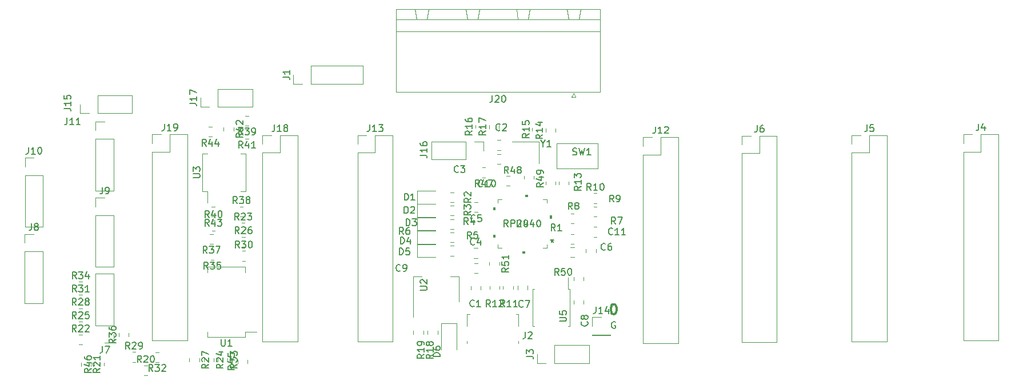
<source format=gto>
%TF.GenerationSoftware,KiCad,Pcbnew,(6.0.2)*%
%TF.CreationDate,2022-03-04T11:59:50-06:00*%
%TF.ProjectId,rev1,72657631-2e6b-4696-9361-645f70636258,rev?*%
%TF.SameCoordinates,Original*%
%TF.FileFunction,Legend,Top*%
%TF.FilePolarity,Positive*%
%FSLAX46Y46*%
G04 Gerber Fmt 4.6, Leading zero omitted, Abs format (unit mm)*
G04 Created by KiCad (PCBNEW (6.0.2)) date 2022-03-04 11:59:50*
%MOMM*%
%LPD*%
G01*
G04 APERTURE LIST*
%ADD10C,0.300000*%
%ADD11C,0.150000*%
%ADD12C,0.120000*%
%ADD13C,0.100000*%
G04 APERTURE END LIST*
D10*
X209949991Y-131325331D02*
X210092848Y-131325331D01*
X210235705Y-131396760D01*
X210307134Y-131468188D01*
X210378562Y-131611045D01*
X210449991Y-131896760D01*
X210449991Y-132253902D01*
X210378562Y-132539617D01*
X210307134Y-132682474D01*
X210235705Y-132753902D01*
X210092848Y-132825331D01*
X209949991Y-132825331D01*
X209807134Y-132753902D01*
X209735705Y-132682474D01*
X209664277Y-132539617D01*
X209592848Y-132253902D01*
X209592848Y-131896760D01*
X209664277Y-131611045D01*
X209735705Y-131468188D01*
X209807134Y-131396760D01*
X209949991Y-131325331D01*
D11*
X210252844Y-133968320D02*
X210157606Y-133920700D01*
X210014749Y-133920700D01*
X209871892Y-133968320D01*
X209776654Y-134063558D01*
X209729035Y-134158796D01*
X209681416Y-134349272D01*
X209681416Y-134492129D01*
X209729035Y-134682605D01*
X209776654Y-134777843D01*
X209871892Y-134873081D01*
X210014749Y-134920700D01*
X210109987Y-134920700D01*
X210252844Y-134873081D01*
X210300463Y-134825462D01*
X210300463Y-134492129D01*
X210109987Y-134492129D01*
%TO.C,C2*%
X193187273Y-105501162D02*
X193139654Y-105548781D01*
X192996797Y-105596400D01*
X192901559Y-105596400D01*
X192758701Y-105548781D01*
X192663463Y-105453543D01*
X192615844Y-105358305D01*
X192568225Y-105167829D01*
X192568225Y-105024972D01*
X192615844Y-104834496D01*
X192663463Y-104739258D01*
X192758701Y-104644020D01*
X192901559Y-104596400D01*
X192996797Y-104596400D01*
X193139654Y-104644020D01*
X193187273Y-104691639D01*
X193568225Y-104691639D02*
X193615844Y-104644020D01*
X193711082Y-104596400D01*
X193949178Y-104596400D01*
X194044416Y-104644020D01*
X194092035Y-104691639D01*
X194139654Y-104786877D01*
X194139654Y-104882115D01*
X194092035Y-105024972D01*
X193520606Y-105596400D01*
X194139654Y-105596400D01*
%TO.C,C3*%
X187003333Y-111697142D02*
X186955714Y-111744761D01*
X186812857Y-111792380D01*
X186717619Y-111792380D01*
X186574761Y-111744761D01*
X186479523Y-111649523D01*
X186431904Y-111554285D01*
X186384285Y-111363809D01*
X186384285Y-111220952D01*
X186431904Y-111030476D01*
X186479523Y-110935238D01*
X186574761Y-110840000D01*
X186717619Y-110792380D01*
X186812857Y-110792380D01*
X186955714Y-110840000D01*
X187003333Y-110887619D01*
X187336666Y-110792380D02*
X187955714Y-110792380D01*
X187622380Y-111173333D01*
X187765238Y-111173333D01*
X187860476Y-111220952D01*
X187908095Y-111268571D01*
X187955714Y-111363809D01*
X187955714Y-111601904D01*
X187908095Y-111697142D01*
X187860476Y-111744761D01*
X187765238Y-111792380D01*
X187479523Y-111792380D01*
X187384285Y-111744761D01*
X187336666Y-111697142D01*
%TO.C,C1*%
X189336633Y-131609822D02*
X189289014Y-131657441D01*
X189146157Y-131705060D01*
X189050919Y-131705060D01*
X188908061Y-131657441D01*
X188812823Y-131562203D01*
X188765204Y-131466965D01*
X188717585Y-131276489D01*
X188717585Y-131133632D01*
X188765204Y-130943156D01*
X188812823Y-130847918D01*
X188908061Y-130752680D01*
X189050919Y-130705060D01*
X189146157Y-130705060D01*
X189289014Y-130752680D01*
X189336633Y-130800299D01*
X190289014Y-131705060D02*
X189717585Y-131705060D01*
X190003300Y-131705060D02*
X190003300Y-130705060D01*
X189908061Y-130847918D01*
X189812823Y-130943156D01*
X189717585Y-130990775D01*
%TO.C,C7*%
X196580713Y-131658082D02*
X196533094Y-131705701D01*
X196390237Y-131753320D01*
X196294999Y-131753320D01*
X196152141Y-131705701D01*
X196056903Y-131610463D01*
X196009284Y-131515225D01*
X195961665Y-131324749D01*
X195961665Y-131181892D01*
X196009284Y-130991416D01*
X196056903Y-130896178D01*
X196152141Y-130800940D01*
X196294999Y-130753320D01*
X196390237Y-130753320D01*
X196533094Y-130800940D01*
X196580713Y-130848559D01*
X196914046Y-130753320D02*
X197580713Y-130753320D01*
X197152141Y-131753320D01*
%TO.C,C4*%
X189417873Y-122434282D02*
X189370254Y-122481901D01*
X189227397Y-122529520D01*
X189132159Y-122529520D01*
X188989301Y-122481901D01*
X188894063Y-122386663D01*
X188846444Y-122291425D01*
X188798825Y-122100949D01*
X188798825Y-121958092D01*
X188846444Y-121767616D01*
X188894063Y-121672378D01*
X188989301Y-121577140D01*
X189132159Y-121529520D01*
X189227397Y-121529520D01*
X189370254Y-121577140D01*
X189417873Y-121624759D01*
X190275016Y-121862854D02*
X190275016Y-122529520D01*
X190036920Y-121481901D02*
X189798825Y-122196187D01*
X190417873Y-122196187D01*
%TO.C,C9*%
X178393333Y-126357142D02*
X178345714Y-126404761D01*
X178202857Y-126452380D01*
X178107619Y-126452380D01*
X177964761Y-126404761D01*
X177869523Y-126309523D01*
X177821904Y-126214285D01*
X177774285Y-126023809D01*
X177774285Y-125880952D01*
X177821904Y-125690476D01*
X177869523Y-125595238D01*
X177964761Y-125500000D01*
X178107619Y-125452380D01*
X178202857Y-125452380D01*
X178345714Y-125500000D01*
X178393333Y-125547619D01*
X178869523Y-126452380D02*
X179060000Y-126452380D01*
X179155238Y-126404761D01*
X179202857Y-126357142D01*
X179298095Y-126214285D01*
X179345714Y-126023809D01*
X179345714Y-125642857D01*
X179298095Y-125547619D01*
X179250476Y-125500000D01*
X179155238Y-125452380D01*
X178964761Y-125452380D01*
X178869523Y-125500000D01*
X178821904Y-125547619D01*
X178774285Y-125642857D01*
X178774285Y-125880952D01*
X178821904Y-125976190D01*
X178869523Y-126023809D01*
X178964761Y-126071428D01*
X179155238Y-126071428D01*
X179250476Y-126023809D01*
X179298095Y-125976190D01*
X179345714Y-125880952D01*
%TO.C,C5*%
X189483333Y-118987142D02*
X189435714Y-119034761D01*
X189292857Y-119082380D01*
X189197619Y-119082380D01*
X189054761Y-119034761D01*
X188959523Y-118939523D01*
X188911904Y-118844285D01*
X188864285Y-118653809D01*
X188864285Y-118510952D01*
X188911904Y-118320476D01*
X188959523Y-118225238D01*
X189054761Y-118130000D01*
X189197619Y-118082380D01*
X189292857Y-118082380D01*
X189435714Y-118130000D01*
X189483333Y-118177619D01*
X190388095Y-118082380D02*
X189911904Y-118082380D01*
X189864285Y-118558571D01*
X189911904Y-118510952D01*
X190007142Y-118463333D01*
X190245238Y-118463333D01*
X190340476Y-118510952D01*
X190388095Y-118558571D01*
X190435714Y-118653809D01*
X190435714Y-118891904D01*
X190388095Y-118987142D01*
X190340476Y-119034761D01*
X190245238Y-119082380D01*
X190007142Y-119082380D01*
X189911904Y-119034761D01*
X189864285Y-118987142D01*
%TO.C,C6*%
X208783333Y-123227142D02*
X208735714Y-123274761D01*
X208592857Y-123322380D01*
X208497619Y-123322380D01*
X208354761Y-123274761D01*
X208259523Y-123179523D01*
X208211904Y-123084285D01*
X208164285Y-122893809D01*
X208164285Y-122750952D01*
X208211904Y-122560476D01*
X208259523Y-122465238D01*
X208354761Y-122370000D01*
X208497619Y-122322380D01*
X208592857Y-122322380D01*
X208735714Y-122370000D01*
X208783333Y-122417619D01*
X209640476Y-122322380D02*
X209450000Y-122322380D01*
X209354761Y-122370000D01*
X209307142Y-122417619D01*
X209211904Y-122560476D01*
X209164285Y-122750952D01*
X209164285Y-123131904D01*
X209211904Y-123227142D01*
X209259523Y-123274761D01*
X209354761Y-123322380D01*
X209545238Y-123322380D01*
X209640476Y-123274761D01*
X209688095Y-123227142D01*
X209735714Y-123131904D01*
X209735714Y-122893809D01*
X209688095Y-122798571D01*
X209640476Y-122750952D01*
X209545238Y-122703333D01*
X209354761Y-122703333D01*
X209259523Y-122750952D01*
X209211904Y-122798571D01*
X209164285Y-122893809D01*
%TO.C,C8*%
X206085962Y-133926326D02*
X206133581Y-133973945D01*
X206181200Y-134116802D01*
X206181200Y-134212040D01*
X206133581Y-134354898D01*
X206038343Y-134450136D01*
X205943105Y-134497755D01*
X205752629Y-134545374D01*
X205609772Y-134545374D01*
X205419296Y-134497755D01*
X205324058Y-134450136D01*
X205228820Y-134354898D01*
X205181200Y-134212040D01*
X205181200Y-134116802D01*
X205228820Y-133973945D01*
X205276439Y-133926326D01*
X205609772Y-133354898D02*
X205562153Y-133450136D01*
X205514534Y-133497755D01*
X205419296Y-133545374D01*
X205371677Y-133545374D01*
X205276439Y-133497755D01*
X205228820Y-133450136D01*
X205181200Y-133354898D01*
X205181200Y-133164421D01*
X205228820Y-133069183D01*
X205276439Y-133021564D01*
X205371677Y-132973945D01*
X205419296Y-132973945D01*
X205514534Y-133021564D01*
X205562153Y-133069183D01*
X205609772Y-133164421D01*
X205609772Y-133354898D01*
X205657391Y-133450136D01*
X205705010Y-133497755D01*
X205800248Y-133545374D01*
X205990724Y-133545374D01*
X206085962Y-133497755D01*
X206133581Y-133450136D01*
X206181200Y-133354898D01*
X206181200Y-133164421D01*
X206133581Y-133069183D01*
X206085962Y-133021564D01*
X205990724Y-132973945D01*
X205800248Y-132973945D01*
X205705010Y-133021564D01*
X205657391Y-133069183D01*
X205609772Y-133164421D01*
%TO.C,C10*%
X190592722Y-113817122D02*
X190545103Y-113864741D01*
X190402246Y-113912360D01*
X190307008Y-113912360D01*
X190164151Y-113864741D01*
X190068913Y-113769503D01*
X190021294Y-113674265D01*
X189973675Y-113483789D01*
X189973675Y-113340932D01*
X190021294Y-113150456D01*
X190068913Y-113055218D01*
X190164151Y-112959980D01*
X190307008Y-112912360D01*
X190402246Y-112912360D01*
X190545103Y-112959980D01*
X190592722Y-113007599D01*
X191545103Y-113912360D02*
X190973675Y-113912360D01*
X191259389Y-113912360D02*
X191259389Y-112912360D01*
X191164151Y-113055218D01*
X191068913Y-113150456D01*
X190973675Y-113198075D01*
X192164151Y-112912360D02*
X192259389Y-112912360D01*
X192354627Y-112959980D01*
X192402246Y-113007599D01*
X192449865Y-113102837D01*
X192497484Y-113293313D01*
X192497484Y-113531408D01*
X192449865Y-113721884D01*
X192402246Y-113817122D01*
X192354627Y-113864741D01*
X192259389Y-113912360D01*
X192164151Y-113912360D01*
X192068913Y-113864741D01*
X192021294Y-113817122D01*
X191973675Y-113721884D01*
X191926056Y-113531408D01*
X191926056Y-113293313D01*
X191973675Y-113102837D01*
X192021294Y-113007599D01*
X192068913Y-112959980D01*
X192164151Y-112912360D01*
%TO.C,C11*%
X209847142Y-120937142D02*
X209799523Y-120984761D01*
X209656666Y-121032380D01*
X209561428Y-121032380D01*
X209418571Y-120984761D01*
X209323333Y-120889523D01*
X209275714Y-120794285D01*
X209228095Y-120603809D01*
X209228095Y-120460952D01*
X209275714Y-120270476D01*
X209323333Y-120175238D01*
X209418571Y-120080000D01*
X209561428Y-120032380D01*
X209656666Y-120032380D01*
X209799523Y-120080000D01*
X209847142Y-120127619D01*
X210799523Y-121032380D02*
X210228095Y-121032380D01*
X210513809Y-121032380D02*
X210513809Y-120032380D01*
X210418571Y-120175238D01*
X210323333Y-120270476D01*
X210228095Y-120318095D01*
X211751904Y-121032380D02*
X211180476Y-121032380D01*
X211466190Y-121032380D02*
X211466190Y-120032380D01*
X211370952Y-120175238D01*
X211275714Y-120270476D01*
X211180476Y-120318095D01*
%TO.C,D6*%
X184292480Y-139074375D02*
X183292480Y-139074375D01*
X183292480Y-138836280D01*
X183340100Y-138693422D01*
X183435338Y-138598184D01*
X183530576Y-138550565D01*
X183721052Y-138502946D01*
X183863909Y-138502946D01*
X184054385Y-138550565D01*
X184149623Y-138598184D01*
X184244861Y-138693422D01*
X184292480Y-138836280D01*
X184292480Y-139074375D01*
X183292480Y-137645803D02*
X183292480Y-137836280D01*
X183340100Y-137931518D01*
X183387719Y-137979137D01*
X183530576Y-138074375D01*
X183721052Y-138121994D01*
X184102004Y-138121994D01*
X184197242Y-138074375D01*
X184244861Y-138026756D01*
X184292480Y-137931518D01*
X184292480Y-137741041D01*
X184244861Y-137645803D01*
X184197242Y-137598184D01*
X184102004Y-137550565D01*
X183863909Y-137550565D01*
X183768671Y-137598184D01*
X183721052Y-137645803D01*
X183673433Y-137741041D01*
X183673433Y-137931518D01*
X183721052Y-138026756D01*
X183768671Y-138074375D01*
X183863909Y-138121994D01*
%TO.C,J2*%
X196916966Y-135447240D02*
X196916966Y-136161526D01*
X196869347Y-136304383D01*
X196774109Y-136399621D01*
X196631252Y-136447240D01*
X196536014Y-136447240D01*
X197345538Y-135542479D02*
X197393157Y-135494860D01*
X197488395Y-135447240D01*
X197726490Y-135447240D01*
X197821728Y-135494860D01*
X197869347Y-135542479D01*
X197916966Y-135637717D01*
X197916966Y-135732955D01*
X197869347Y-135875812D01*
X197297919Y-136447240D01*
X197916966Y-136447240D01*
%TO.C,J16*%
X181353460Y-109230143D02*
X182067746Y-109230143D01*
X182210603Y-109277762D01*
X182305841Y-109373000D01*
X182353460Y-109515858D01*
X182353460Y-109611096D01*
X182353460Y-108230143D02*
X182353460Y-108801572D01*
X182353460Y-108515858D02*
X181353460Y-108515858D01*
X181496318Y-108611096D01*
X181591556Y-108706334D01*
X181639175Y-108801572D01*
X181353460Y-107373000D02*
X181353460Y-107563477D01*
X181401080Y-107658715D01*
X181448699Y-107706334D01*
X181591556Y-107801572D01*
X181782032Y-107849191D01*
X182162984Y-107849191D01*
X182258222Y-107801572D01*
X182305841Y-107753953D01*
X182353460Y-107658715D01*
X182353460Y-107468239D01*
X182305841Y-107373000D01*
X182258222Y-107325381D01*
X182162984Y-107277762D01*
X181924889Y-107277762D01*
X181829651Y-107325381D01*
X181782032Y-107373000D01*
X181734413Y-107468239D01*
X181734413Y-107658715D01*
X181782032Y-107753953D01*
X181829651Y-107801572D01*
X181924889Y-107849191D01*
%TO.C,R11*%
X193851542Y-131705060D02*
X193518209Y-131228870D01*
X193280114Y-131705060D02*
X193280114Y-130705060D01*
X193661066Y-130705060D01*
X193756304Y-130752680D01*
X193803923Y-130800299D01*
X193851542Y-130895537D01*
X193851542Y-131038394D01*
X193803923Y-131133632D01*
X193756304Y-131181251D01*
X193661066Y-131228870D01*
X193280114Y-131228870D01*
X194803923Y-131705060D02*
X194232495Y-131705060D01*
X194518209Y-131705060D02*
X194518209Y-130705060D01*
X194422971Y-130847918D01*
X194327733Y-130943156D01*
X194232495Y-130990775D01*
X195756304Y-131705060D02*
X195184876Y-131705060D01*
X195470590Y-131705060D02*
X195470590Y-130705060D01*
X195375352Y-130847918D01*
X195280114Y-130943156D01*
X195184876Y-130990775D01*
%TO.C,R12*%
X191725562Y-131720300D02*
X191392229Y-131244110D01*
X191154134Y-131720300D02*
X191154134Y-130720300D01*
X191535086Y-130720300D01*
X191630324Y-130767920D01*
X191677943Y-130815539D01*
X191725562Y-130910777D01*
X191725562Y-131053634D01*
X191677943Y-131148872D01*
X191630324Y-131196491D01*
X191535086Y-131244110D01*
X191154134Y-131244110D01*
X192677943Y-131720300D02*
X192106515Y-131720300D01*
X192392229Y-131720300D02*
X192392229Y-130720300D01*
X192296991Y-130863158D01*
X192201753Y-130958396D01*
X192106515Y-131006015D01*
X193058896Y-130815539D02*
X193106515Y-130767920D01*
X193201753Y-130720300D01*
X193439848Y-130720300D01*
X193535086Y-130767920D01*
X193582705Y-130815539D01*
X193630324Y-130910777D01*
X193630324Y-131006015D01*
X193582705Y-131148872D01*
X193011277Y-131720300D01*
X193630324Y-131720300D01*
%TO.C,R18*%
X183235840Y-138775937D02*
X182759650Y-139109270D01*
X183235840Y-139347365D02*
X182235840Y-139347365D01*
X182235840Y-138966413D01*
X182283460Y-138871175D01*
X182331079Y-138823556D01*
X182426317Y-138775937D01*
X182569174Y-138775937D01*
X182664412Y-138823556D01*
X182712031Y-138871175D01*
X182759650Y-138966413D01*
X182759650Y-139347365D01*
X183235840Y-137823556D02*
X183235840Y-138394984D01*
X183235840Y-138109270D02*
X182235840Y-138109270D01*
X182378698Y-138204508D01*
X182473936Y-138299746D01*
X182521555Y-138394984D01*
X182664412Y-137252127D02*
X182616793Y-137347365D01*
X182569174Y-137394984D01*
X182473936Y-137442603D01*
X182426317Y-137442603D01*
X182331079Y-137394984D01*
X182283460Y-137347365D01*
X182235840Y-137252127D01*
X182235840Y-137061651D01*
X182283460Y-136966413D01*
X182331079Y-136918794D01*
X182426317Y-136871175D01*
X182473936Y-136871175D01*
X182569174Y-136918794D01*
X182616793Y-136966413D01*
X182664412Y-137061651D01*
X182664412Y-137252127D01*
X182712031Y-137347365D01*
X182759650Y-137394984D01*
X182854888Y-137442603D01*
X183045364Y-137442603D01*
X183140602Y-137394984D01*
X183188221Y-137347365D01*
X183235840Y-137252127D01*
X183235840Y-137061651D01*
X183188221Y-136966413D01*
X183140602Y-136918794D01*
X183045364Y-136871175D01*
X182854888Y-136871175D01*
X182759650Y-136918794D01*
X182712031Y-136966413D01*
X182664412Y-137061651D01*
%TO.C,R19*%
X181937900Y-138758157D02*
X181461710Y-139091490D01*
X181937900Y-139329585D02*
X180937900Y-139329585D01*
X180937900Y-138948633D01*
X180985520Y-138853395D01*
X181033139Y-138805776D01*
X181128377Y-138758157D01*
X181271234Y-138758157D01*
X181366472Y-138805776D01*
X181414091Y-138853395D01*
X181461710Y-138948633D01*
X181461710Y-139329585D01*
X181937900Y-137805776D02*
X181937900Y-138377204D01*
X181937900Y-138091490D02*
X180937900Y-138091490D01*
X181080758Y-138186728D01*
X181175996Y-138281966D01*
X181223615Y-138377204D01*
X181937900Y-137329585D02*
X181937900Y-137139109D01*
X181890281Y-137043871D01*
X181842662Y-136996252D01*
X181699805Y-136901014D01*
X181509329Y-136853395D01*
X181128377Y-136853395D01*
X181033139Y-136901014D01*
X180985520Y-136948633D01*
X180937900Y-137043871D01*
X180937900Y-137234347D01*
X180985520Y-137329585D01*
X181033139Y-137377204D01*
X181128377Y-137424823D01*
X181366472Y-137424823D01*
X181461710Y-137377204D01*
X181509329Y-137329585D01*
X181556948Y-137234347D01*
X181556948Y-137043871D01*
X181509329Y-136948633D01*
X181461710Y-136901014D01*
X181366472Y-136853395D01*
%TO.C,R47*%
X190107142Y-113902380D02*
X189773809Y-113426190D01*
X189535714Y-113902380D02*
X189535714Y-112902380D01*
X189916666Y-112902380D01*
X190011904Y-112950000D01*
X190059523Y-112997619D01*
X190107142Y-113092857D01*
X190107142Y-113235714D01*
X190059523Y-113330952D01*
X190011904Y-113378571D01*
X189916666Y-113426190D01*
X189535714Y-113426190D01*
X190964285Y-113235714D02*
X190964285Y-113902380D01*
X190726190Y-112854761D02*
X190488095Y-113569047D01*
X191107142Y-113569047D01*
X191392857Y-112902380D02*
X192059523Y-112902380D01*
X191630952Y-113902380D01*
%TO.C,R50*%
X201877942Y-127023840D02*
X201544609Y-126547650D01*
X201306514Y-127023840D02*
X201306514Y-126023840D01*
X201687466Y-126023840D01*
X201782704Y-126071460D01*
X201830323Y-126119079D01*
X201877942Y-126214317D01*
X201877942Y-126357174D01*
X201830323Y-126452412D01*
X201782704Y-126500031D01*
X201687466Y-126547650D01*
X201306514Y-126547650D01*
X202782704Y-126023840D02*
X202306514Y-126023840D01*
X202258895Y-126500031D01*
X202306514Y-126452412D01*
X202401752Y-126404793D01*
X202639847Y-126404793D01*
X202735085Y-126452412D01*
X202782704Y-126500031D01*
X202830323Y-126595269D01*
X202830323Y-126833364D01*
X202782704Y-126928602D01*
X202735085Y-126976221D01*
X202639847Y-127023840D01*
X202401752Y-127023840D01*
X202306514Y-126976221D01*
X202258895Y-126928602D01*
X203449371Y-126023840D02*
X203544609Y-126023840D01*
X203639847Y-126071460D01*
X203687466Y-126119079D01*
X203735085Y-126214317D01*
X203782704Y-126404793D01*
X203782704Y-126642888D01*
X203735085Y-126833364D01*
X203687466Y-126928602D01*
X203639847Y-126976221D01*
X203544609Y-127023840D01*
X203449371Y-127023840D01*
X203354133Y-126976221D01*
X203306514Y-126928602D01*
X203258895Y-126833364D01*
X203211276Y-126642888D01*
X203211276Y-126404793D01*
X203258895Y-126214317D01*
X203306514Y-126119079D01*
X203354133Y-126071460D01*
X203449371Y-126023840D01*
%TO.C,Y1*%
X199542709Y-107490030D02*
X199542709Y-107966220D01*
X199209376Y-106966220D02*
X199542709Y-107490030D01*
X199876042Y-106966220D01*
X200733185Y-107966220D02*
X200161757Y-107966220D01*
X200447471Y-107966220D02*
X200447471Y-106966220D01*
X200352233Y-107109078D01*
X200256995Y-107204316D01*
X200161757Y-107251935D01*
%TO.C,U5*%
X201993500Y-133863704D02*
X202803024Y-133863704D01*
X202898262Y-133816085D01*
X202945881Y-133768466D01*
X202993500Y-133673228D01*
X202993500Y-133482752D01*
X202945881Y-133387514D01*
X202898262Y-133339895D01*
X202803024Y-133292276D01*
X201993500Y-133292276D01*
X201993500Y-132339895D02*
X201993500Y-132816085D01*
X202469691Y-132863704D01*
X202422072Y-132816085D01*
X202374453Y-132720847D01*
X202374453Y-132482752D01*
X202422072Y-132387514D01*
X202469691Y-132339895D01*
X202564929Y-132292276D01*
X202803024Y-132292276D01*
X202898262Y-132339895D01*
X202945881Y-132387514D01*
X202993500Y-132482752D01*
X202993500Y-132720847D01*
X202945881Y-132816085D01*
X202898262Y-132863704D01*
%TO.C,SW1*%
X203963686Y-109160661D02*
X204106543Y-109208280D01*
X204344639Y-109208280D01*
X204439877Y-109160661D01*
X204487496Y-109113042D01*
X204535115Y-109017804D01*
X204535115Y-108922566D01*
X204487496Y-108827328D01*
X204439877Y-108779709D01*
X204344639Y-108732090D01*
X204154162Y-108684471D01*
X204058924Y-108636852D01*
X204011305Y-108589233D01*
X203963686Y-108493995D01*
X203963686Y-108398757D01*
X204011305Y-108303519D01*
X204058924Y-108255900D01*
X204154162Y-108208280D01*
X204392258Y-108208280D01*
X204535115Y-108255900D01*
X204868448Y-108208280D02*
X205106543Y-109208280D01*
X205297020Y-108493995D01*
X205487496Y-109208280D01*
X205725591Y-108208280D01*
X206630353Y-109208280D02*
X206058924Y-109208280D01*
X206344639Y-109208280D02*
X206344639Y-108208280D01*
X206249400Y-108351138D01*
X206154162Y-108446376D01*
X206058924Y-108493995D01*
%TO.C,R5*%
X188912713Y-121592900D02*
X188579380Y-121116710D01*
X188341284Y-121592900D02*
X188341284Y-120592900D01*
X188722237Y-120592900D01*
X188817475Y-120640520D01*
X188865094Y-120688139D01*
X188912713Y-120783377D01*
X188912713Y-120926234D01*
X188865094Y-121021472D01*
X188817475Y-121069091D01*
X188722237Y-121116710D01*
X188341284Y-121116710D01*
X189817475Y-120592900D02*
X189341284Y-120592900D01*
X189293665Y-121069091D01*
X189341284Y-121021472D01*
X189436522Y-120973853D01*
X189674618Y-120973853D01*
X189769856Y-121021472D01*
X189817475Y-121069091D01*
X189865094Y-121164329D01*
X189865094Y-121402424D01*
X189817475Y-121497662D01*
X189769856Y-121545281D01*
X189674618Y-121592900D01*
X189436522Y-121592900D01*
X189341284Y-121545281D01*
X189293665Y-121497662D01*
%TO.C,R4*%
X188454253Y-119522580D02*
X188120920Y-119046390D01*
X187882824Y-119522580D02*
X187882824Y-118522580D01*
X188263777Y-118522580D01*
X188359015Y-118570200D01*
X188406634Y-118617819D01*
X188454253Y-118713057D01*
X188454253Y-118855914D01*
X188406634Y-118951152D01*
X188359015Y-118998771D01*
X188263777Y-119046390D01*
X187882824Y-119046390D01*
X189311396Y-118855914D02*
X189311396Y-119522580D01*
X189073300Y-118474961D02*
X188835205Y-119189247D01*
X189454253Y-119189247D01*
%TO.C,R3*%
X188830680Y-117540466D02*
X188354490Y-117873800D01*
X188830680Y-118111895D02*
X187830680Y-118111895D01*
X187830680Y-117730942D01*
X187878300Y-117635704D01*
X187925919Y-117588085D01*
X188021157Y-117540466D01*
X188164014Y-117540466D01*
X188259252Y-117588085D01*
X188306871Y-117635704D01*
X188354490Y-117730942D01*
X188354490Y-118111895D01*
X187830680Y-117207133D02*
X187830680Y-116588085D01*
X188211633Y-116921419D01*
X188211633Y-116778561D01*
X188259252Y-116683323D01*
X188306871Y-116635704D01*
X188402109Y-116588085D01*
X188640204Y-116588085D01*
X188735442Y-116635704D01*
X188783061Y-116683323D01*
X188830680Y-116778561D01*
X188830680Y-117064276D01*
X188783061Y-117159514D01*
X188735442Y-117207133D01*
%TO.C,D3*%
X179261864Y-119699180D02*
X179261864Y-118699180D01*
X179499960Y-118699180D01*
X179642817Y-118746800D01*
X179738055Y-118842038D01*
X179785674Y-118937276D01*
X179833293Y-119127752D01*
X179833293Y-119270609D01*
X179785674Y-119461085D01*
X179738055Y-119556323D01*
X179642817Y-119651561D01*
X179499960Y-119699180D01*
X179261864Y-119699180D01*
X180166626Y-118699180D02*
X180785674Y-118699180D01*
X180452340Y-119080133D01*
X180595198Y-119080133D01*
X180690436Y-119127752D01*
X180738055Y-119175371D01*
X180785674Y-119270609D01*
X180785674Y-119508704D01*
X180738055Y-119603942D01*
X180690436Y-119651561D01*
X180595198Y-119699180D01*
X180309483Y-119699180D01*
X180214245Y-119651561D01*
X180166626Y-119603942D01*
%TO.C,D2*%
X178991904Y-117852380D02*
X178991904Y-116852380D01*
X179230000Y-116852380D01*
X179372857Y-116900000D01*
X179468095Y-116995238D01*
X179515714Y-117090476D01*
X179563333Y-117280952D01*
X179563333Y-117423809D01*
X179515714Y-117614285D01*
X179468095Y-117709523D01*
X179372857Y-117804761D01*
X179230000Y-117852380D01*
X178991904Y-117852380D01*
X179944285Y-116947619D02*
X179991904Y-116900000D01*
X180087142Y-116852380D01*
X180325238Y-116852380D01*
X180420476Y-116900000D01*
X180468095Y-116947619D01*
X180515714Y-117042857D01*
X180515714Y-117138095D01*
X180468095Y-117280952D01*
X179896666Y-117852380D01*
X180515714Y-117852380D01*
%TO.C,U2*%
X181364620Y-129237904D02*
X182174144Y-129237904D01*
X182269382Y-129190285D01*
X182317001Y-129142666D01*
X182364620Y-129047428D01*
X182364620Y-128856952D01*
X182317001Y-128761714D01*
X182269382Y-128714095D01*
X182174144Y-128666476D01*
X181364620Y-128666476D01*
X181459859Y-128237904D02*
X181412240Y-128190285D01*
X181364620Y-128095047D01*
X181364620Y-127856952D01*
X181412240Y-127761714D01*
X181459859Y-127714095D01*
X181555097Y-127666476D01*
X181650335Y-127666476D01*
X181793192Y-127714095D01*
X182364620Y-128285523D01*
X182364620Y-127666476D01*
%TO.C,R49*%
X199584820Y-113356077D02*
X199108630Y-113689410D01*
X199584820Y-113927505D02*
X198584820Y-113927505D01*
X198584820Y-113546553D01*
X198632440Y-113451315D01*
X198680059Y-113403696D01*
X198775297Y-113356077D01*
X198918154Y-113356077D01*
X199013392Y-113403696D01*
X199061011Y-113451315D01*
X199108630Y-113546553D01*
X199108630Y-113927505D01*
X198918154Y-112498934D02*
X199584820Y-112498934D01*
X198537201Y-112737029D02*
X199251487Y-112975124D01*
X199251487Y-112356077D01*
X199584820Y-111927505D02*
X199584820Y-111737029D01*
X199537201Y-111641791D01*
X199489582Y-111594172D01*
X199346725Y-111498934D01*
X199156249Y-111451315D01*
X198775297Y-111451315D01*
X198680059Y-111498934D01*
X198632440Y-111546553D01*
X198584820Y-111641791D01*
X198584820Y-111832267D01*
X198632440Y-111927505D01*
X198680059Y-111975124D01*
X198775297Y-112022743D01*
X199013392Y-112022743D01*
X199108630Y-111975124D01*
X199156249Y-111927505D01*
X199203868Y-111832267D01*
X199203868Y-111641791D01*
X199156249Y-111546553D01*
X199108630Y-111498934D01*
X199013392Y-111451315D01*
%TO.C,D4*%
X178431904Y-122382380D02*
X178431904Y-121382380D01*
X178670000Y-121382380D01*
X178812857Y-121430000D01*
X178908095Y-121525238D01*
X178955714Y-121620476D01*
X179003333Y-121810952D01*
X179003333Y-121953809D01*
X178955714Y-122144285D01*
X178908095Y-122239523D01*
X178812857Y-122334761D01*
X178670000Y-122382380D01*
X178431904Y-122382380D01*
X179860476Y-121715714D02*
X179860476Y-122382380D01*
X179622380Y-121334761D02*
X179384285Y-122049047D01*
X180003333Y-122049047D01*
%TO.C,R51*%
X194445400Y-125955117D02*
X193969210Y-126288450D01*
X194445400Y-126526545D02*
X193445400Y-126526545D01*
X193445400Y-126145593D01*
X193493020Y-126050355D01*
X193540639Y-126002736D01*
X193635877Y-125955117D01*
X193778734Y-125955117D01*
X193873972Y-126002736D01*
X193921591Y-126050355D01*
X193969210Y-126145593D01*
X193969210Y-126526545D01*
X193445400Y-125050355D02*
X193445400Y-125526545D01*
X193921591Y-125574164D01*
X193873972Y-125526545D01*
X193826353Y-125431307D01*
X193826353Y-125193212D01*
X193873972Y-125097974D01*
X193921591Y-125050355D01*
X194016829Y-125002736D01*
X194254924Y-125002736D01*
X194350162Y-125050355D01*
X194397781Y-125097974D01*
X194445400Y-125193212D01*
X194445400Y-125431307D01*
X194397781Y-125526545D01*
X194350162Y-125574164D01*
X194445400Y-124050355D02*
X194445400Y-124621783D01*
X194445400Y-124336069D02*
X193445400Y-124336069D01*
X193588258Y-124431307D01*
X193683496Y-124526545D01*
X193731115Y-124621783D01*
%TO.C,U4*%
X195698455Y-118840720D02*
X195698455Y-119650244D01*
X195746074Y-119745482D01*
X195793693Y-119793101D01*
X195888931Y-119840720D01*
X196079407Y-119840720D01*
X196174645Y-119793101D01*
X196222264Y-119745482D01*
X196269883Y-119650244D01*
X196269883Y-118840720D01*
X197174645Y-119174054D02*
X197174645Y-119840720D01*
X196936550Y-118793101D02*
X196698455Y-119507387D01*
X197317502Y-119507387D01*
X194365121Y-119840720D02*
X194031788Y-119364530D01*
X193793693Y-119840720D02*
X193793693Y-118840720D01*
X194174645Y-118840720D01*
X194269883Y-118888340D01*
X194317502Y-118935959D01*
X194365121Y-119031197D01*
X194365121Y-119174054D01*
X194317502Y-119269292D01*
X194269883Y-119316911D01*
X194174645Y-119364530D01*
X193793693Y-119364530D01*
X194793693Y-119840720D02*
X194793693Y-118840720D01*
X195174645Y-118840720D01*
X195269883Y-118888340D01*
X195317502Y-118935959D01*
X195365121Y-119031197D01*
X195365121Y-119174054D01*
X195317502Y-119269292D01*
X195269883Y-119316911D01*
X195174645Y-119364530D01*
X194793693Y-119364530D01*
X195746074Y-118935959D02*
X195793693Y-118888340D01*
X195888931Y-118840720D01*
X196127026Y-118840720D01*
X196222264Y-118888340D01*
X196269883Y-118935959D01*
X196317502Y-119031197D01*
X196317502Y-119126435D01*
X196269883Y-119269292D01*
X195698455Y-119840720D01*
X196317502Y-119840720D01*
X196936550Y-118840720D02*
X197031788Y-118840720D01*
X197127026Y-118888340D01*
X197174645Y-118935959D01*
X197222264Y-119031197D01*
X197269883Y-119221673D01*
X197269883Y-119459768D01*
X197222264Y-119650244D01*
X197174645Y-119745482D01*
X197127026Y-119793101D01*
X197031788Y-119840720D01*
X196936550Y-119840720D01*
X196841312Y-119793101D01*
X196793693Y-119745482D01*
X196746074Y-119650244D01*
X196698455Y-119459768D01*
X196698455Y-119221673D01*
X196746074Y-119031197D01*
X196793693Y-118935959D01*
X196841312Y-118888340D01*
X196936550Y-118840720D01*
X198127026Y-119174054D02*
X198127026Y-119840720D01*
X197888931Y-118793101D02*
X197650836Y-119507387D01*
X198269883Y-119507387D01*
X198841312Y-118840720D02*
X198936550Y-118840720D01*
X199031788Y-118888340D01*
X199079407Y-118935959D01*
X199127026Y-119031197D01*
X199174645Y-119221673D01*
X199174645Y-119459768D01*
X199127026Y-119650244D01*
X199079407Y-119745482D01*
X199031788Y-119793101D01*
X198936550Y-119840720D01*
X198841312Y-119840720D01*
X198746074Y-119793101D01*
X198698455Y-119745482D01*
X198650836Y-119650244D01*
X198603217Y-119459768D01*
X198603217Y-119221673D01*
X198650836Y-119031197D01*
X198698455Y-118935959D01*
X198746074Y-118888340D01*
X198841312Y-118840720D01*
X200905360Y-121685520D02*
X200905360Y-121923616D01*
X200667264Y-121828378D02*
X200905360Y-121923616D01*
X201143455Y-121828378D01*
X200762502Y-122114092D02*
X200905360Y-121923616D01*
X201048217Y-122114092D01*
X200905360Y-121685520D02*
X200905360Y-121923616D01*
X200667264Y-121828378D02*
X200905360Y-121923616D01*
X201143455Y-121828378D01*
X200762502Y-122114092D02*
X200905360Y-121923616D01*
X201048217Y-122114092D01*
%TO.C,D1*%
X179031904Y-115912380D02*
X179031904Y-114912380D01*
X179270000Y-114912380D01*
X179412857Y-114960000D01*
X179508095Y-115055238D01*
X179555714Y-115150476D01*
X179603333Y-115340952D01*
X179603333Y-115483809D01*
X179555714Y-115674285D01*
X179508095Y-115769523D01*
X179412857Y-115864761D01*
X179270000Y-115912380D01*
X179031904Y-115912380D01*
X180555714Y-115912380D02*
X179984285Y-115912380D01*
X180270000Y-115912380D02*
X180270000Y-114912380D01*
X180174761Y-115055238D01*
X180079523Y-115150476D01*
X179984285Y-115198095D01*
%TO.C,R2*%
X188878740Y-115635566D02*
X188402550Y-115968900D01*
X188878740Y-116206995D02*
X187878740Y-116206995D01*
X187878740Y-115826042D01*
X187926360Y-115730804D01*
X187973979Y-115683185D01*
X188069217Y-115635566D01*
X188212074Y-115635566D01*
X188307312Y-115683185D01*
X188354931Y-115730804D01*
X188402550Y-115826042D01*
X188402550Y-116206995D01*
X187973979Y-115254614D02*
X187926360Y-115206995D01*
X187878740Y-115111757D01*
X187878740Y-114873661D01*
X187926360Y-114778423D01*
X187973979Y-114730804D01*
X188069217Y-114683185D01*
X188164455Y-114683185D01*
X188307312Y-114730804D01*
X188878740Y-115302233D01*
X188878740Y-114683185D01*
%TO.C,R48*%
X194407142Y-111932380D02*
X194073809Y-111456190D01*
X193835714Y-111932380D02*
X193835714Y-110932380D01*
X194216666Y-110932380D01*
X194311904Y-110980000D01*
X194359523Y-111027619D01*
X194407142Y-111122857D01*
X194407142Y-111265714D01*
X194359523Y-111360952D01*
X194311904Y-111408571D01*
X194216666Y-111456190D01*
X193835714Y-111456190D01*
X195264285Y-111265714D02*
X195264285Y-111932380D01*
X195026190Y-110884761D02*
X194788095Y-111599047D01*
X195407142Y-111599047D01*
X195930952Y-111360952D02*
X195835714Y-111313333D01*
X195788095Y-111265714D01*
X195740476Y-111170476D01*
X195740476Y-111122857D01*
X195788095Y-111027619D01*
X195835714Y-110980000D01*
X195930952Y-110932380D01*
X196121428Y-110932380D01*
X196216666Y-110980000D01*
X196264285Y-111027619D01*
X196311904Y-111122857D01*
X196311904Y-111170476D01*
X196264285Y-111265714D01*
X196216666Y-111313333D01*
X196121428Y-111360952D01*
X195930952Y-111360952D01*
X195835714Y-111408571D01*
X195788095Y-111456190D01*
X195740476Y-111551428D01*
X195740476Y-111741904D01*
X195788095Y-111837142D01*
X195835714Y-111884761D01*
X195930952Y-111932380D01*
X196121428Y-111932380D01*
X196216666Y-111884761D01*
X196264285Y-111837142D01*
X196311904Y-111741904D01*
X196311904Y-111551428D01*
X196264285Y-111456190D01*
X196216666Y-111408571D01*
X196121428Y-111360952D01*
%TO.C,J14*%
X207375476Y-131697380D02*
X207375476Y-132411666D01*
X207327857Y-132554523D01*
X207232619Y-132649761D01*
X207089761Y-132697380D01*
X206994523Y-132697380D01*
X208375476Y-132697380D02*
X207804047Y-132697380D01*
X208089761Y-132697380D02*
X208089761Y-131697380D01*
X207994523Y-131840238D01*
X207899285Y-131935476D01*
X207804047Y-131983095D01*
X209232619Y-132030714D02*
X209232619Y-132697380D01*
X208994523Y-131649761D02*
X208756428Y-132364047D01*
X209375476Y-132364047D01*
%TO.C,R31*%
X130407142Y-129502380D02*
X130073809Y-129026190D01*
X129835714Y-129502380D02*
X129835714Y-128502380D01*
X130216666Y-128502380D01*
X130311904Y-128550000D01*
X130359523Y-128597619D01*
X130407142Y-128692857D01*
X130407142Y-128835714D01*
X130359523Y-128930952D01*
X130311904Y-128978571D01*
X130216666Y-129026190D01*
X129835714Y-129026190D01*
X130740476Y-128502380D02*
X131359523Y-128502380D01*
X131026190Y-128883333D01*
X131169047Y-128883333D01*
X131264285Y-128930952D01*
X131311904Y-128978571D01*
X131359523Y-129073809D01*
X131359523Y-129311904D01*
X131311904Y-129407142D01*
X131264285Y-129454761D01*
X131169047Y-129502380D01*
X130883333Y-129502380D01*
X130788095Y-129454761D01*
X130740476Y-129407142D01*
X132311904Y-129502380D02*
X131740476Y-129502380D01*
X132026190Y-129502380D02*
X132026190Y-128502380D01*
X131930952Y-128645238D01*
X131835714Y-128740476D01*
X131740476Y-128788095D01*
%TO.C,J15*%
X128592380Y-102299523D02*
X129306666Y-102299523D01*
X129449523Y-102347142D01*
X129544761Y-102442380D01*
X129592380Y-102585238D01*
X129592380Y-102680476D01*
X129592380Y-101299523D02*
X129592380Y-101870952D01*
X129592380Y-101585238D02*
X128592380Y-101585238D01*
X128735238Y-101680476D01*
X128830476Y-101775714D01*
X128878095Y-101870952D01*
X128592380Y-100394761D02*
X128592380Y-100870952D01*
X129068571Y-100918571D01*
X129020952Y-100870952D01*
X128973333Y-100775714D01*
X128973333Y-100537619D01*
X129020952Y-100442380D01*
X129068571Y-100394761D01*
X129163809Y-100347142D01*
X129401904Y-100347142D01*
X129497142Y-100394761D01*
X129544761Y-100442380D01*
X129592380Y-100537619D01*
X129592380Y-100775714D01*
X129544761Y-100870952D01*
X129497142Y-100918571D01*
%TO.C,J18*%
X159770476Y-104722380D02*
X159770476Y-105436666D01*
X159722857Y-105579523D01*
X159627619Y-105674761D01*
X159484761Y-105722380D01*
X159389523Y-105722380D01*
X160770476Y-105722380D02*
X160199047Y-105722380D01*
X160484761Y-105722380D02*
X160484761Y-104722380D01*
X160389523Y-104865238D01*
X160294285Y-104960476D01*
X160199047Y-105008095D01*
X161341904Y-105150952D02*
X161246666Y-105103333D01*
X161199047Y-105055714D01*
X161151428Y-104960476D01*
X161151428Y-104912857D01*
X161199047Y-104817619D01*
X161246666Y-104770000D01*
X161341904Y-104722380D01*
X161532380Y-104722380D01*
X161627619Y-104770000D01*
X161675238Y-104817619D01*
X161722857Y-104912857D01*
X161722857Y-104960476D01*
X161675238Y-105055714D01*
X161627619Y-105103333D01*
X161532380Y-105150952D01*
X161341904Y-105150952D01*
X161246666Y-105198571D01*
X161199047Y-105246190D01*
X161151428Y-105341428D01*
X161151428Y-105531904D01*
X161199047Y-105627142D01*
X161246666Y-105674761D01*
X161341904Y-105722380D01*
X161532380Y-105722380D01*
X161627619Y-105674761D01*
X161675238Y-105627142D01*
X161722857Y-105531904D01*
X161722857Y-105341428D01*
X161675238Y-105246190D01*
X161627619Y-105198571D01*
X161532380Y-105150952D01*
%TO.C,R20*%
X140047142Y-139952380D02*
X139713809Y-139476190D01*
X139475714Y-139952380D02*
X139475714Y-138952380D01*
X139856666Y-138952380D01*
X139951904Y-139000000D01*
X139999523Y-139047619D01*
X140047142Y-139142857D01*
X140047142Y-139285714D01*
X139999523Y-139380952D01*
X139951904Y-139428571D01*
X139856666Y-139476190D01*
X139475714Y-139476190D01*
X140428095Y-139047619D02*
X140475714Y-139000000D01*
X140570952Y-138952380D01*
X140809047Y-138952380D01*
X140904285Y-139000000D01*
X140951904Y-139047619D01*
X140999523Y-139142857D01*
X140999523Y-139238095D01*
X140951904Y-139380952D01*
X140380476Y-139952380D01*
X140999523Y-139952380D01*
X141618571Y-138952380D02*
X141713809Y-138952380D01*
X141809047Y-139000000D01*
X141856666Y-139047619D01*
X141904285Y-139142857D01*
X141951904Y-139333333D01*
X141951904Y-139571428D01*
X141904285Y-139761904D01*
X141856666Y-139857142D01*
X141809047Y-139904761D01*
X141713809Y-139952380D01*
X141618571Y-139952380D01*
X141523333Y-139904761D01*
X141475714Y-139857142D01*
X141428095Y-139761904D01*
X141380476Y-139571428D01*
X141380476Y-139333333D01*
X141428095Y-139142857D01*
X141475714Y-139047619D01*
X141523333Y-139000000D01*
X141618571Y-138952380D01*
%TO.C,R6*%
X178863333Y-120972380D02*
X178530000Y-120496190D01*
X178291904Y-120972380D02*
X178291904Y-119972380D01*
X178672857Y-119972380D01*
X178768095Y-120020000D01*
X178815714Y-120067619D01*
X178863333Y-120162857D01*
X178863333Y-120305714D01*
X178815714Y-120400952D01*
X178768095Y-120448571D01*
X178672857Y-120496190D01*
X178291904Y-120496190D01*
X179720476Y-119972380D02*
X179530000Y-119972380D01*
X179434761Y-120020000D01*
X179387142Y-120067619D01*
X179291904Y-120210476D01*
X179244285Y-120400952D01*
X179244285Y-120781904D01*
X179291904Y-120877142D01*
X179339523Y-120924761D01*
X179434761Y-120972380D01*
X179625238Y-120972380D01*
X179720476Y-120924761D01*
X179768095Y-120877142D01*
X179815714Y-120781904D01*
X179815714Y-120543809D01*
X179768095Y-120448571D01*
X179720476Y-120400952D01*
X179625238Y-120353333D01*
X179434761Y-120353333D01*
X179339523Y-120400952D01*
X179291904Y-120448571D01*
X179244285Y-120543809D01*
%TO.C,R1*%
X201353333Y-120452380D02*
X201020000Y-119976190D01*
X200781904Y-120452380D02*
X200781904Y-119452380D01*
X201162857Y-119452380D01*
X201258095Y-119500000D01*
X201305714Y-119547619D01*
X201353333Y-119642857D01*
X201353333Y-119785714D01*
X201305714Y-119880952D01*
X201258095Y-119928571D01*
X201162857Y-119976190D01*
X200781904Y-119976190D01*
X202305714Y-120452380D02*
X201734285Y-120452380D01*
X202020000Y-120452380D02*
X202020000Y-119452380D01*
X201924761Y-119595238D01*
X201829523Y-119690476D01*
X201734285Y-119738095D01*
%TO.C,R10*%
X206657142Y-114427380D02*
X206323809Y-113951190D01*
X206085714Y-114427380D02*
X206085714Y-113427380D01*
X206466666Y-113427380D01*
X206561904Y-113475000D01*
X206609523Y-113522619D01*
X206657142Y-113617857D01*
X206657142Y-113760714D01*
X206609523Y-113855952D01*
X206561904Y-113903571D01*
X206466666Y-113951190D01*
X206085714Y-113951190D01*
X207609523Y-114427380D02*
X207038095Y-114427380D01*
X207323809Y-114427380D02*
X207323809Y-113427380D01*
X207228571Y-113570238D01*
X207133333Y-113665476D01*
X207038095Y-113713095D01*
X208228571Y-113427380D02*
X208323809Y-113427380D01*
X208419047Y-113475000D01*
X208466666Y-113522619D01*
X208514285Y-113617857D01*
X208561904Y-113808333D01*
X208561904Y-114046428D01*
X208514285Y-114236904D01*
X208466666Y-114332142D01*
X208419047Y-114379761D01*
X208323809Y-114427380D01*
X208228571Y-114427380D01*
X208133333Y-114379761D01*
X208085714Y-114332142D01*
X208038095Y-114236904D01*
X207990476Y-114046428D01*
X207990476Y-113808333D01*
X208038095Y-113617857D01*
X208085714Y-113522619D01*
X208133333Y-113475000D01*
X208228571Y-113427380D01*
%TO.C,R40*%
X150077142Y-118472380D02*
X149743809Y-117996190D01*
X149505714Y-118472380D02*
X149505714Y-117472380D01*
X149886666Y-117472380D01*
X149981904Y-117520000D01*
X150029523Y-117567619D01*
X150077142Y-117662857D01*
X150077142Y-117805714D01*
X150029523Y-117900952D01*
X149981904Y-117948571D01*
X149886666Y-117996190D01*
X149505714Y-117996190D01*
X150934285Y-117805714D02*
X150934285Y-118472380D01*
X150696190Y-117424761D02*
X150458095Y-118139047D01*
X151077142Y-118139047D01*
X151648571Y-117472380D02*
X151743809Y-117472380D01*
X151839047Y-117520000D01*
X151886666Y-117567619D01*
X151934285Y-117662857D01*
X151981904Y-117853333D01*
X151981904Y-118091428D01*
X151934285Y-118281904D01*
X151886666Y-118377142D01*
X151839047Y-118424761D01*
X151743809Y-118472380D01*
X151648571Y-118472380D01*
X151553333Y-118424761D01*
X151505714Y-118377142D01*
X151458095Y-118281904D01*
X151410476Y-118091428D01*
X151410476Y-117853333D01*
X151458095Y-117662857D01*
X151505714Y-117567619D01*
X151553333Y-117520000D01*
X151648571Y-117472380D01*
%TO.C,R27*%
X150002380Y-140222857D02*
X149526190Y-140556190D01*
X150002380Y-140794285D02*
X149002380Y-140794285D01*
X149002380Y-140413333D01*
X149050000Y-140318095D01*
X149097619Y-140270476D01*
X149192857Y-140222857D01*
X149335714Y-140222857D01*
X149430952Y-140270476D01*
X149478571Y-140318095D01*
X149526190Y-140413333D01*
X149526190Y-140794285D01*
X149097619Y-139841904D02*
X149050000Y-139794285D01*
X149002380Y-139699047D01*
X149002380Y-139460952D01*
X149050000Y-139365714D01*
X149097619Y-139318095D01*
X149192857Y-139270476D01*
X149288095Y-139270476D01*
X149430952Y-139318095D01*
X150002380Y-139889523D01*
X150002380Y-139270476D01*
X149002380Y-138937142D02*
X149002380Y-138270476D01*
X150002380Y-138699047D01*
%TO.C,R37*%
X149777142Y-123762380D02*
X149443809Y-123286190D01*
X149205714Y-123762380D02*
X149205714Y-122762380D01*
X149586666Y-122762380D01*
X149681904Y-122810000D01*
X149729523Y-122857619D01*
X149777142Y-122952857D01*
X149777142Y-123095714D01*
X149729523Y-123190952D01*
X149681904Y-123238571D01*
X149586666Y-123286190D01*
X149205714Y-123286190D01*
X150110476Y-122762380D02*
X150729523Y-122762380D01*
X150396190Y-123143333D01*
X150539047Y-123143333D01*
X150634285Y-123190952D01*
X150681904Y-123238571D01*
X150729523Y-123333809D01*
X150729523Y-123571904D01*
X150681904Y-123667142D01*
X150634285Y-123714761D01*
X150539047Y-123762380D01*
X150253333Y-123762380D01*
X150158095Y-123714761D01*
X150110476Y-123667142D01*
X151062857Y-122762380D02*
X151729523Y-122762380D01*
X151300952Y-123762380D01*
%TO.C,R34*%
X130407142Y-127542380D02*
X130073809Y-127066190D01*
X129835714Y-127542380D02*
X129835714Y-126542380D01*
X130216666Y-126542380D01*
X130311904Y-126590000D01*
X130359523Y-126637619D01*
X130407142Y-126732857D01*
X130407142Y-126875714D01*
X130359523Y-126970952D01*
X130311904Y-127018571D01*
X130216666Y-127066190D01*
X129835714Y-127066190D01*
X130740476Y-126542380D02*
X131359523Y-126542380D01*
X131026190Y-126923333D01*
X131169047Y-126923333D01*
X131264285Y-126970952D01*
X131311904Y-127018571D01*
X131359523Y-127113809D01*
X131359523Y-127351904D01*
X131311904Y-127447142D01*
X131264285Y-127494761D01*
X131169047Y-127542380D01*
X130883333Y-127542380D01*
X130788095Y-127494761D01*
X130740476Y-127447142D01*
X132216666Y-126875714D02*
X132216666Y-127542380D01*
X131978571Y-126494761D02*
X131740476Y-127209047D01*
X132359523Y-127209047D01*
%TO.C,R16*%
X189052380Y-105642857D02*
X188576190Y-105976190D01*
X189052380Y-106214285D02*
X188052380Y-106214285D01*
X188052380Y-105833333D01*
X188100000Y-105738095D01*
X188147619Y-105690476D01*
X188242857Y-105642857D01*
X188385714Y-105642857D01*
X188480952Y-105690476D01*
X188528571Y-105738095D01*
X188576190Y-105833333D01*
X188576190Y-106214285D01*
X189052380Y-104690476D02*
X189052380Y-105261904D01*
X189052380Y-104976190D02*
X188052380Y-104976190D01*
X188195238Y-105071428D01*
X188290476Y-105166666D01*
X188338095Y-105261904D01*
X188052380Y-103833333D02*
X188052380Y-104023809D01*
X188100000Y-104119047D01*
X188147619Y-104166666D01*
X188290476Y-104261904D01*
X188480952Y-104309523D01*
X188861904Y-104309523D01*
X188957142Y-104261904D01*
X189004761Y-104214285D01*
X189052380Y-104119047D01*
X189052380Y-103928571D01*
X189004761Y-103833333D01*
X188957142Y-103785714D01*
X188861904Y-103738095D01*
X188623809Y-103738095D01*
X188528571Y-103785714D01*
X188480952Y-103833333D01*
X188433333Y-103928571D01*
X188433333Y-104119047D01*
X188480952Y-104214285D01*
X188528571Y-104261904D01*
X188623809Y-104309523D01*
%TO.C,J7*%
X134266666Y-137522380D02*
X134266666Y-138236666D01*
X134219047Y-138379523D01*
X134123809Y-138474761D01*
X133980952Y-138522380D01*
X133885714Y-138522380D01*
X134647619Y-137522380D02*
X135314285Y-137522380D01*
X134885714Y-138522380D01*
%TO.C,R46*%
X132612380Y-140882857D02*
X132136190Y-141216190D01*
X132612380Y-141454285D02*
X131612380Y-141454285D01*
X131612380Y-141073333D01*
X131660000Y-140978095D01*
X131707619Y-140930476D01*
X131802857Y-140882857D01*
X131945714Y-140882857D01*
X132040952Y-140930476D01*
X132088571Y-140978095D01*
X132136190Y-141073333D01*
X132136190Y-141454285D01*
X131945714Y-140025714D02*
X132612380Y-140025714D01*
X131564761Y-140263809D02*
X132279047Y-140501904D01*
X132279047Y-139882857D01*
X131612380Y-139073333D02*
X131612380Y-139263809D01*
X131660000Y-139359047D01*
X131707619Y-139406666D01*
X131850476Y-139501904D01*
X132040952Y-139549523D01*
X132421904Y-139549523D01*
X132517142Y-139501904D01*
X132564761Y-139454285D01*
X132612380Y-139359047D01*
X132612380Y-139168571D01*
X132564761Y-139073333D01*
X132517142Y-139025714D01*
X132421904Y-138978095D01*
X132183809Y-138978095D01*
X132088571Y-139025714D01*
X132040952Y-139073333D01*
X131993333Y-139168571D01*
X131993333Y-139359047D01*
X132040952Y-139454285D01*
X132088571Y-139501904D01*
X132183809Y-139549523D01*
%TO.C,J5*%
X247551666Y-104737380D02*
X247551666Y-105451666D01*
X247504047Y-105594523D01*
X247408809Y-105689761D01*
X247265952Y-105737380D01*
X247170714Y-105737380D01*
X248504047Y-104737380D02*
X248027857Y-104737380D01*
X247980238Y-105213571D01*
X248027857Y-105165952D01*
X248123095Y-105118333D01*
X248361190Y-105118333D01*
X248456428Y-105165952D01*
X248504047Y-105213571D01*
X248551666Y-105308809D01*
X248551666Y-105546904D01*
X248504047Y-105642142D01*
X248456428Y-105689761D01*
X248361190Y-105737380D01*
X248123095Y-105737380D01*
X248027857Y-105689761D01*
X247980238Y-105642142D01*
%TO.C,R36*%
X136252380Y-136502857D02*
X135776190Y-136836190D01*
X136252380Y-137074285D02*
X135252380Y-137074285D01*
X135252380Y-136693333D01*
X135300000Y-136598095D01*
X135347619Y-136550476D01*
X135442857Y-136502857D01*
X135585714Y-136502857D01*
X135680952Y-136550476D01*
X135728571Y-136598095D01*
X135776190Y-136693333D01*
X135776190Y-137074285D01*
X135252380Y-136169523D02*
X135252380Y-135550476D01*
X135633333Y-135883809D01*
X135633333Y-135740952D01*
X135680952Y-135645714D01*
X135728571Y-135598095D01*
X135823809Y-135550476D01*
X136061904Y-135550476D01*
X136157142Y-135598095D01*
X136204761Y-135645714D01*
X136252380Y-135740952D01*
X136252380Y-136026666D01*
X136204761Y-136121904D01*
X136157142Y-136169523D01*
X135252380Y-134693333D02*
X135252380Y-134883809D01*
X135300000Y-134979047D01*
X135347619Y-135026666D01*
X135490476Y-135121904D01*
X135680952Y-135169523D01*
X136061904Y-135169523D01*
X136157142Y-135121904D01*
X136204761Y-135074285D01*
X136252380Y-134979047D01*
X136252380Y-134788571D01*
X136204761Y-134693333D01*
X136157142Y-134645714D01*
X136061904Y-134598095D01*
X135823809Y-134598095D01*
X135728571Y-134645714D01*
X135680952Y-134693333D01*
X135633333Y-134788571D01*
X135633333Y-134979047D01*
X135680952Y-135074285D01*
X135728571Y-135121904D01*
X135823809Y-135169523D01*
%TO.C,R41*%
X155047142Y-108182380D02*
X154713809Y-107706190D01*
X154475714Y-108182380D02*
X154475714Y-107182380D01*
X154856666Y-107182380D01*
X154951904Y-107230000D01*
X154999523Y-107277619D01*
X155047142Y-107372857D01*
X155047142Y-107515714D01*
X154999523Y-107610952D01*
X154951904Y-107658571D01*
X154856666Y-107706190D01*
X154475714Y-107706190D01*
X155904285Y-107515714D02*
X155904285Y-108182380D01*
X155666190Y-107134761D02*
X155428095Y-107849047D01*
X156047142Y-107849047D01*
X156951904Y-108182380D02*
X156380476Y-108182380D01*
X156666190Y-108182380D02*
X156666190Y-107182380D01*
X156570952Y-107325238D01*
X156475714Y-107420476D01*
X156380476Y-107468095D01*
%TO.C,J8*%
X123766666Y-119372380D02*
X123766666Y-120086666D01*
X123719047Y-120229523D01*
X123623809Y-120324761D01*
X123480952Y-120372380D01*
X123385714Y-120372380D01*
X124385714Y-119800952D02*
X124290476Y-119753333D01*
X124242857Y-119705714D01*
X124195238Y-119610476D01*
X124195238Y-119562857D01*
X124242857Y-119467619D01*
X124290476Y-119420000D01*
X124385714Y-119372380D01*
X124576190Y-119372380D01*
X124671428Y-119420000D01*
X124719047Y-119467619D01*
X124766666Y-119562857D01*
X124766666Y-119610476D01*
X124719047Y-119705714D01*
X124671428Y-119753333D01*
X124576190Y-119800952D01*
X124385714Y-119800952D01*
X124290476Y-119848571D01*
X124242857Y-119896190D01*
X124195238Y-119991428D01*
X124195238Y-120181904D01*
X124242857Y-120277142D01*
X124290476Y-120324761D01*
X124385714Y-120372380D01*
X124576190Y-120372380D01*
X124671428Y-120324761D01*
X124719047Y-120277142D01*
X124766666Y-120181904D01*
X124766666Y-119991428D01*
X124719047Y-119896190D01*
X124671428Y-119848571D01*
X124576190Y-119800952D01*
%TO.C,R33*%
X154202380Y-140222857D02*
X153726190Y-140556190D01*
X154202380Y-140794285D02*
X153202380Y-140794285D01*
X153202380Y-140413333D01*
X153250000Y-140318095D01*
X153297619Y-140270476D01*
X153392857Y-140222857D01*
X153535714Y-140222857D01*
X153630952Y-140270476D01*
X153678571Y-140318095D01*
X153726190Y-140413333D01*
X153726190Y-140794285D01*
X153202380Y-139889523D02*
X153202380Y-139270476D01*
X153583333Y-139603809D01*
X153583333Y-139460952D01*
X153630952Y-139365714D01*
X153678571Y-139318095D01*
X153773809Y-139270476D01*
X154011904Y-139270476D01*
X154107142Y-139318095D01*
X154154761Y-139365714D01*
X154202380Y-139460952D01*
X154202380Y-139746666D01*
X154154761Y-139841904D01*
X154107142Y-139889523D01*
X153202380Y-138937142D02*
X153202380Y-138318095D01*
X153583333Y-138651428D01*
X153583333Y-138508571D01*
X153630952Y-138413333D01*
X153678571Y-138365714D01*
X153773809Y-138318095D01*
X154011904Y-138318095D01*
X154107142Y-138365714D01*
X154154761Y-138413333D01*
X154202380Y-138508571D01*
X154202380Y-138794285D01*
X154154761Y-138889523D01*
X154107142Y-138937142D01*
%TO.C,U3*%
X147722380Y-112571904D02*
X148531904Y-112571904D01*
X148627142Y-112524285D01*
X148674761Y-112476666D01*
X148722380Y-112381428D01*
X148722380Y-112190952D01*
X148674761Y-112095714D01*
X148627142Y-112048095D01*
X148531904Y-112000476D01*
X147722380Y-112000476D01*
X147722380Y-111619523D02*
X147722380Y-111000476D01*
X148103333Y-111333809D01*
X148103333Y-111190952D01*
X148150952Y-111095714D01*
X148198571Y-111048095D01*
X148293809Y-111000476D01*
X148531904Y-111000476D01*
X148627142Y-111048095D01*
X148674761Y-111095714D01*
X148722380Y-111190952D01*
X148722380Y-111476666D01*
X148674761Y-111571904D01*
X148627142Y-111619523D01*
%TO.C,J11*%
X129040476Y-103702380D02*
X129040476Y-104416666D01*
X128992857Y-104559523D01*
X128897619Y-104654761D01*
X128754761Y-104702380D01*
X128659523Y-104702380D01*
X130040476Y-104702380D02*
X129469047Y-104702380D01*
X129754761Y-104702380D02*
X129754761Y-103702380D01*
X129659523Y-103845238D01*
X129564285Y-103940476D01*
X129469047Y-103988095D01*
X130992857Y-104702380D02*
X130421428Y-104702380D01*
X130707142Y-104702380D02*
X130707142Y-103702380D01*
X130611904Y-103845238D01*
X130516666Y-103940476D01*
X130421428Y-103988095D01*
%TO.C,R24*%
X152162380Y-140222857D02*
X151686190Y-140556190D01*
X152162380Y-140794285D02*
X151162380Y-140794285D01*
X151162380Y-140413333D01*
X151210000Y-140318095D01*
X151257619Y-140270476D01*
X151352857Y-140222857D01*
X151495714Y-140222857D01*
X151590952Y-140270476D01*
X151638571Y-140318095D01*
X151686190Y-140413333D01*
X151686190Y-140794285D01*
X151257619Y-139841904D02*
X151210000Y-139794285D01*
X151162380Y-139699047D01*
X151162380Y-139460952D01*
X151210000Y-139365714D01*
X151257619Y-139318095D01*
X151352857Y-139270476D01*
X151448095Y-139270476D01*
X151590952Y-139318095D01*
X152162380Y-139889523D01*
X152162380Y-139270476D01*
X151495714Y-138413333D02*
X152162380Y-138413333D01*
X151114761Y-138651428D02*
X151829047Y-138889523D01*
X151829047Y-138270476D01*
%TO.C,R43*%
X150047142Y-119732380D02*
X149713809Y-119256190D01*
X149475714Y-119732380D02*
X149475714Y-118732380D01*
X149856666Y-118732380D01*
X149951904Y-118780000D01*
X149999523Y-118827619D01*
X150047142Y-118922857D01*
X150047142Y-119065714D01*
X149999523Y-119160952D01*
X149951904Y-119208571D01*
X149856666Y-119256190D01*
X149475714Y-119256190D01*
X150904285Y-119065714D02*
X150904285Y-119732380D01*
X150666190Y-118684761D02*
X150428095Y-119399047D01*
X151047142Y-119399047D01*
X151332857Y-118732380D02*
X151951904Y-118732380D01*
X151618571Y-119113333D01*
X151761428Y-119113333D01*
X151856666Y-119160952D01*
X151904285Y-119208571D01*
X151951904Y-119303809D01*
X151951904Y-119541904D01*
X151904285Y-119637142D01*
X151856666Y-119684761D01*
X151761428Y-119732380D01*
X151475714Y-119732380D01*
X151380476Y-119684761D01*
X151332857Y-119637142D01*
%TO.C,R7*%
X210283333Y-119452380D02*
X209950000Y-118976190D01*
X209711904Y-119452380D02*
X209711904Y-118452380D01*
X210092857Y-118452380D01*
X210188095Y-118500000D01*
X210235714Y-118547619D01*
X210283333Y-118642857D01*
X210283333Y-118785714D01*
X210235714Y-118880952D01*
X210188095Y-118928571D01*
X210092857Y-118976190D01*
X209711904Y-118976190D01*
X210616666Y-118452380D02*
X211283333Y-118452380D01*
X210854761Y-119452380D01*
%TO.C,R28*%
X130397142Y-131472380D02*
X130063809Y-130996190D01*
X129825714Y-131472380D02*
X129825714Y-130472380D01*
X130206666Y-130472380D01*
X130301904Y-130520000D01*
X130349523Y-130567619D01*
X130397142Y-130662857D01*
X130397142Y-130805714D01*
X130349523Y-130900952D01*
X130301904Y-130948571D01*
X130206666Y-130996190D01*
X129825714Y-130996190D01*
X130778095Y-130567619D02*
X130825714Y-130520000D01*
X130920952Y-130472380D01*
X131159047Y-130472380D01*
X131254285Y-130520000D01*
X131301904Y-130567619D01*
X131349523Y-130662857D01*
X131349523Y-130758095D01*
X131301904Y-130900952D01*
X130730476Y-131472380D01*
X131349523Y-131472380D01*
X131920952Y-130900952D02*
X131825714Y-130853333D01*
X131778095Y-130805714D01*
X131730476Y-130710476D01*
X131730476Y-130662857D01*
X131778095Y-130567619D01*
X131825714Y-130520000D01*
X131920952Y-130472380D01*
X132111428Y-130472380D01*
X132206666Y-130520000D01*
X132254285Y-130567619D01*
X132301904Y-130662857D01*
X132301904Y-130710476D01*
X132254285Y-130805714D01*
X132206666Y-130853333D01*
X132111428Y-130900952D01*
X131920952Y-130900952D01*
X131825714Y-130948571D01*
X131778095Y-130996190D01*
X131730476Y-131091428D01*
X131730476Y-131281904D01*
X131778095Y-131377142D01*
X131825714Y-131424761D01*
X131920952Y-131472380D01*
X132111428Y-131472380D01*
X132206666Y-131424761D01*
X132254285Y-131377142D01*
X132301904Y-131281904D01*
X132301904Y-131091428D01*
X132254285Y-130996190D01*
X132206666Y-130948571D01*
X132111428Y-130900952D01*
%TO.C,R14*%
X199477380Y-106192857D02*
X199001190Y-106526190D01*
X199477380Y-106764285D02*
X198477380Y-106764285D01*
X198477380Y-106383333D01*
X198525000Y-106288095D01*
X198572619Y-106240476D01*
X198667857Y-106192857D01*
X198810714Y-106192857D01*
X198905952Y-106240476D01*
X198953571Y-106288095D01*
X199001190Y-106383333D01*
X199001190Y-106764285D01*
X199477380Y-105240476D02*
X199477380Y-105811904D01*
X199477380Y-105526190D02*
X198477380Y-105526190D01*
X198620238Y-105621428D01*
X198715476Y-105716666D01*
X198763095Y-105811904D01*
X198810714Y-104383333D02*
X199477380Y-104383333D01*
X198429761Y-104621428D02*
X199144047Y-104859523D01*
X199144047Y-104240476D01*
%TO.C,J12*%
X216175476Y-104997380D02*
X216175476Y-105711666D01*
X216127857Y-105854523D01*
X216032619Y-105949761D01*
X215889761Y-105997380D01*
X215794523Y-105997380D01*
X217175476Y-105997380D02*
X216604047Y-105997380D01*
X216889761Y-105997380D02*
X216889761Y-104997380D01*
X216794523Y-105140238D01*
X216699285Y-105235476D01*
X216604047Y-105283095D01*
X217556428Y-105092619D02*
X217604047Y-105045000D01*
X217699285Y-104997380D01*
X217937380Y-104997380D01*
X218032619Y-105045000D01*
X218080238Y-105092619D01*
X218127857Y-105187857D01*
X218127857Y-105283095D01*
X218080238Y-105425952D01*
X217508809Y-105997380D01*
X218127857Y-105997380D01*
%TO.C,R39*%
X155047142Y-106222380D02*
X154713809Y-105746190D01*
X154475714Y-106222380D02*
X154475714Y-105222380D01*
X154856666Y-105222380D01*
X154951904Y-105270000D01*
X154999523Y-105317619D01*
X155047142Y-105412857D01*
X155047142Y-105555714D01*
X154999523Y-105650952D01*
X154951904Y-105698571D01*
X154856666Y-105746190D01*
X154475714Y-105746190D01*
X155380476Y-105222380D02*
X155999523Y-105222380D01*
X155666190Y-105603333D01*
X155809047Y-105603333D01*
X155904285Y-105650952D01*
X155951904Y-105698571D01*
X155999523Y-105793809D01*
X155999523Y-106031904D01*
X155951904Y-106127142D01*
X155904285Y-106174761D01*
X155809047Y-106222380D01*
X155523333Y-106222380D01*
X155428095Y-106174761D01*
X155380476Y-106127142D01*
X156475714Y-106222380D02*
X156666190Y-106222380D01*
X156761428Y-106174761D01*
X156809047Y-106127142D01*
X156904285Y-105984285D01*
X156951904Y-105793809D01*
X156951904Y-105412857D01*
X156904285Y-105317619D01*
X156856666Y-105270000D01*
X156761428Y-105222380D01*
X156570952Y-105222380D01*
X156475714Y-105270000D01*
X156428095Y-105317619D01*
X156380476Y-105412857D01*
X156380476Y-105650952D01*
X156428095Y-105746190D01*
X156475714Y-105793809D01*
X156570952Y-105841428D01*
X156761428Y-105841428D01*
X156856666Y-105793809D01*
X156904285Y-105746190D01*
X156951904Y-105650952D01*
%TO.C,R9*%
X210013333Y-116162380D02*
X209680000Y-115686190D01*
X209441904Y-116162380D02*
X209441904Y-115162380D01*
X209822857Y-115162380D01*
X209918095Y-115210000D01*
X209965714Y-115257619D01*
X210013333Y-115352857D01*
X210013333Y-115495714D01*
X209965714Y-115590952D01*
X209918095Y-115638571D01*
X209822857Y-115686190D01*
X209441904Y-115686190D01*
X210489523Y-116162380D02*
X210680000Y-116162380D01*
X210775238Y-116114761D01*
X210822857Y-116067142D01*
X210918095Y-115924285D01*
X210965714Y-115733809D01*
X210965714Y-115352857D01*
X210918095Y-115257619D01*
X210870476Y-115210000D01*
X210775238Y-115162380D01*
X210584761Y-115162380D01*
X210489523Y-115210000D01*
X210441904Y-115257619D01*
X210394285Y-115352857D01*
X210394285Y-115590952D01*
X210441904Y-115686190D01*
X210489523Y-115733809D01*
X210584761Y-115781428D01*
X210775238Y-115781428D01*
X210870476Y-115733809D01*
X210918095Y-115686190D01*
X210965714Y-115590952D01*
%TO.C,U1*%
X151868095Y-136522380D02*
X151868095Y-137331904D01*
X151915714Y-137427142D01*
X151963333Y-137474761D01*
X152058571Y-137522380D01*
X152249047Y-137522380D01*
X152344285Y-137474761D01*
X152391904Y-137427142D01*
X152439523Y-137331904D01*
X152439523Y-136522380D01*
X153439523Y-137522380D02*
X152868095Y-137522380D01*
X153153809Y-137522380D02*
X153153809Y-136522380D01*
X153058571Y-136665238D01*
X152963333Y-136760476D01*
X152868095Y-136808095D01*
%TO.C,J3*%
X197102380Y-139053333D02*
X197816666Y-139053333D01*
X197959523Y-139100952D01*
X198054761Y-139196190D01*
X198102380Y-139339047D01*
X198102380Y-139434285D01*
X197102380Y-138672380D02*
X197102380Y-138053333D01*
X197483333Y-138386666D01*
X197483333Y-138243809D01*
X197530952Y-138148571D01*
X197578571Y-138100952D01*
X197673809Y-138053333D01*
X197911904Y-138053333D01*
X198007142Y-138100952D01*
X198054761Y-138148571D01*
X198102380Y-138243809D01*
X198102380Y-138529523D01*
X198054761Y-138624761D01*
X198007142Y-138672380D01*
%TO.C,R35*%
X149917142Y-126092380D02*
X149583809Y-125616190D01*
X149345714Y-126092380D02*
X149345714Y-125092380D01*
X149726666Y-125092380D01*
X149821904Y-125140000D01*
X149869523Y-125187619D01*
X149917142Y-125282857D01*
X149917142Y-125425714D01*
X149869523Y-125520952D01*
X149821904Y-125568571D01*
X149726666Y-125616190D01*
X149345714Y-125616190D01*
X150250476Y-125092380D02*
X150869523Y-125092380D01*
X150536190Y-125473333D01*
X150679047Y-125473333D01*
X150774285Y-125520952D01*
X150821904Y-125568571D01*
X150869523Y-125663809D01*
X150869523Y-125901904D01*
X150821904Y-125997142D01*
X150774285Y-126044761D01*
X150679047Y-126092380D01*
X150393333Y-126092380D01*
X150298095Y-126044761D01*
X150250476Y-125997142D01*
X151774285Y-125092380D02*
X151298095Y-125092380D01*
X151250476Y-125568571D01*
X151298095Y-125520952D01*
X151393333Y-125473333D01*
X151631428Y-125473333D01*
X151726666Y-125520952D01*
X151774285Y-125568571D01*
X151821904Y-125663809D01*
X151821904Y-125901904D01*
X151774285Y-125997142D01*
X151726666Y-126044761D01*
X151631428Y-126092380D01*
X151393333Y-126092380D01*
X151298095Y-126044761D01*
X151250476Y-125997142D01*
%TO.C,R25*%
X130394642Y-133452380D02*
X130061309Y-132976190D01*
X129823214Y-133452380D02*
X129823214Y-132452380D01*
X130204166Y-132452380D01*
X130299404Y-132500000D01*
X130347023Y-132547619D01*
X130394642Y-132642857D01*
X130394642Y-132785714D01*
X130347023Y-132880952D01*
X130299404Y-132928571D01*
X130204166Y-132976190D01*
X129823214Y-132976190D01*
X130775595Y-132547619D02*
X130823214Y-132500000D01*
X130918452Y-132452380D01*
X131156547Y-132452380D01*
X131251785Y-132500000D01*
X131299404Y-132547619D01*
X131347023Y-132642857D01*
X131347023Y-132738095D01*
X131299404Y-132880952D01*
X130727976Y-133452380D01*
X131347023Y-133452380D01*
X132251785Y-132452380D02*
X131775595Y-132452380D01*
X131727976Y-132928571D01*
X131775595Y-132880952D01*
X131870833Y-132833333D01*
X132108928Y-132833333D01*
X132204166Y-132880952D01*
X132251785Y-132928571D01*
X132299404Y-133023809D01*
X132299404Y-133261904D01*
X132251785Y-133357142D01*
X132204166Y-133404761D01*
X132108928Y-133452380D01*
X131870833Y-133452380D01*
X131775595Y-133404761D01*
X131727976Y-133357142D01*
%TO.C,R26*%
X154517142Y-120872380D02*
X154183809Y-120396190D01*
X153945714Y-120872380D02*
X153945714Y-119872380D01*
X154326666Y-119872380D01*
X154421904Y-119920000D01*
X154469523Y-119967619D01*
X154517142Y-120062857D01*
X154517142Y-120205714D01*
X154469523Y-120300952D01*
X154421904Y-120348571D01*
X154326666Y-120396190D01*
X153945714Y-120396190D01*
X154898095Y-119967619D02*
X154945714Y-119920000D01*
X155040952Y-119872380D01*
X155279047Y-119872380D01*
X155374285Y-119920000D01*
X155421904Y-119967619D01*
X155469523Y-120062857D01*
X155469523Y-120158095D01*
X155421904Y-120300952D01*
X154850476Y-120872380D01*
X155469523Y-120872380D01*
X156326666Y-119872380D02*
X156136190Y-119872380D01*
X156040952Y-119920000D01*
X155993333Y-119967619D01*
X155898095Y-120110476D01*
X155850476Y-120300952D01*
X155850476Y-120681904D01*
X155898095Y-120777142D01*
X155945714Y-120824761D01*
X156040952Y-120872380D01*
X156231428Y-120872380D01*
X156326666Y-120824761D01*
X156374285Y-120777142D01*
X156421904Y-120681904D01*
X156421904Y-120443809D01*
X156374285Y-120348571D01*
X156326666Y-120300952D01*
X156231428Y-120253333D01*
X156040952Y-120253333D01*
X155945714Y-120300952D01*
X155898095Y-120348571D01*
X155850476Y-120443809D01*
%TO.C,J6*%
X231266666Y-104822380D02*
X231266666Y-105536666D01*
X231219047Y-105679523D01*
X231123809Y-105774761D01*
X230980952Y-105822380D01*
X230885714Y-105822380D01*
X232171428Y-104822380D02*
X231980952Y-104822380D01*
X231885714Y-104870000D01*
X231838095Y-104917619D01*
X231742857Y-105060476D01*
X231695238Y-105250952D01*
X231695238Y-105631904D01*
X231742857Y-105727142D01*
X231790476Y-105774761D01*
X231885714Y-105822380D01*
X232076190Y-105822380D01*
X232171428Y-105774761D01*
X232219047Y-105727142D01*
X232266666Y-105631904D01*
X232266666Y-105393809D01*
X232219047Y-105298571D01*
X232171428Y-105250952D01*
X232076190Y-105203333D01*
X231885714Y-105203333D01*
X231790476Y-105250952D01*
X231742857Y-105298571D01*
X231695238Y-105393809D01*
%TO.C,J9*%
X134276666Y-113980380D02*
X134276666Y-114694666D01*
X134229047Y-114837523D01*
X134133809Y-114932761D01*
X133990952Y-114980380D01*
X133895714Y-114980380D01*
X134800476Y-114980380D02*
X134990952Y-114980380D01*
X135086190Y-114932761D01*
X135133809Y-114885142D01*
X135229047Y-114742285D01*
X135276666Y-114551809D01*
X135276666Y-114170857D01*
X135229047Y-114075619D01*
X135181428Y-114028000D01*
X135086190Y-113980380D01*
X134895714Y-113980380D01*
X134800476Y-114028000D01*
X134752857Y-114075619D01*
X134705238Y-114170857D01*
X134705238Y-114408952D01*
X134752857Y-114504190D01*
X134800476Y-114551809D01*
X134895714Y-114599428D01*
X135086190Y-114599428D01*
X135181428Y-114551809D01*
X135229047Y-114504190D01*
X135276666Y-114408952D01*
%TO.C,R13*%
X205172380Y-113852857D02*
X204696190Y-114186190D01*
X205172380Y-114424285D02*
X204172380Y-114424285D01*
X204172380Y-114043333D01*
X204220000Y-113948095D01*
X204267619Y-113900476D01*
X204362857Y-113852857D01*
X204505714Y-113852857D01*
X204600952Y-113900476D01*
X204648571Y-113948095D01*
X204696190Y-114043333D01*
X204696190Y-114424285D01*
X205172380Y-112900476D02*
X205172380Y-113471904D01*
X205172380Y-113186190D02*
X204172380Y-113186190D01*
X204315238Y-113281428D01*
X204410476Y-113376666D01*
X204458095Y-113471904D01*
X204172380Y-112567142D02*
X204172380Y-111948095D01*
X204553333Y-112281428D01*
X204553333Y-112138571D01*
X204600952Y-112043333D01*
X204648571Y-111995714D01*
X204743809Y-111948095D01*
X204981904Y-111948095D01*
X205077142Y-111995714D01*
X205124761Y-112043333D01*
X205172380Y-112138571D01*
X205172380Y-112424285D01*
X205124761Y-112519523D01*
X205077142Y-112567142D01*
%TO.C,D5*%
X178261904Y-124012380D02*
X178261904Y-123012380D01*
X178500000Y-123012380D01*
X178642857Y-123060000D01*
X178738095Y-123155238D01*
X178785714Y-123250476D01*
X178833333Y-123440952D01*
X178833333Y-123583809D01*
X178785714Y-123774285D01*
X178738095Y-123869523D01*
X178642857Y-123964761D01*
X178500000Y-124012380D01*
X178261904Y-124012380D01*
X179738095Y-123012380D02*
X179261904Y-123012380D01*
X179214285Y-123488571D01*
X179261904Y-123440952D01*
X179357142Y-123393333D01*
X179595238Y-123393333D01*
X179690476Y-123440952D01*
X179738095Y-123488571D01*
X179785714Y-123583809D01*
X179785714Y-123821904D01*
X179738095Y-123917142D01*
X179690476Y-123964761D01*
X179595238Y-124012380D01*
X179357142Y-124012380D01*
X179261904Y-123964761D01*
X179214285Y-123917142D01*
%TO.C,R21*%
X133922380Y-140885357D02*
X133446190Y-141218690D01*
X133922380Y-141456785D02*
X132922380Y-141456785D01*
X132922380Y-141075833D01*
X132970000Y-140980595D01*
X133017619Y-140932976D01*
X133112857Y-140885357D01*
X133255714Y-140885357D01*
X133350952Y-140932976D01*
X133398571Y-140980595D01*
X133446190Y-141075833D01*
X133446190Y-141456785D01*
X133017619Y-140504404D02*
X132970000Y-140456785D01*
X132922380Y-140361547D01*
X132922380Y-140123452D01*
X132970000Y-140028214D01*
X133017619Y-139980595D01*
X133112857Y-139932976D01*
X133208095Y-139932976D01*
X133350952Y-139980595D01*
X133922380Y-140552023D01*
X133922380Y-139932976D01*
X133922380Y-138980595D02*
X133922380Y-139552023D01*
X133922380Y-139266309D02*
X132922380Y-139266309D01*
X133065238Y-139361547D01*
X133160476Y-139456785D01*
X133208095Y-139552023D01*
%TO.C,J19*%
X143450476Y-104592380D02*
X143450476Y-105306666D01*
X143402857Y-105449523D01*
X143307619Y-105544761D01*
X143164761Y-105592380D01*
X143069523Y-105592380D01*
X144450476Y-105592380D02*
X143879047Y-105592380D01*
X144164761Y-105592380D02*
X144164761Y-104592380D01*
X144069523Y-104735238D01*
X143974285Y-104830476D01*
X143879047Y-104878095D01*
X144926666Y-105592380D02*
X145117142Y-105592380D01*
X145212380Y-105544761D01*
X145260000Y-105497142D01*
X145355238Y-105354285D01*
X145402857Y-105163809D01*
X145402857Y-104782857D01*
X145355238Y-104687619D01*
X145307619Y-104640000D01*
X145212380Y-104592380D01*
X145021904Y-104592380D01*
X144926666Y-104640000D01*
X144879047Y-104687619D01*
X144831428Y-104782857D01*
X144831428Y-105020952D01*
X144879047Y-105116190D01*
X144926666Y-105163809D01*
X145021904Y-105211428D01*
X145212380Y-105211428D01*
X145307619Y-105163809D01*
X145355238Y-105116190D01*
X145402857Y-105020952D01*
%TO.C,R15*%
X197502380Y-106042857D02*
X197026190Y-106376190D01*
X197502380Y-106614285D02*
X196502380Y-106614285D01*
X196502380Y-106233333D01*
X196550000Y-106138095D01*
X196597619Y-106090476D01*
X196692857Y-106042857D01*
X196835714Y-106042857D01*
X196930952Y-106090476D01*
X196978571Y-106138095D01*
X197026190Y-106233333D01*
X197026190Y-106614285D01*
X197502380Y-105090476D02*
X197502380Y-105661904D01*
X197502380Y-105376190D02*
X196502380Y-105376190D01*
X196645238Y-105471428D01*
X196740476Y-105566666D01*
X196788095Y-105661904D01*
X196502380Y-104185714D02*
X196502380Y-104661904D01*
X196978571Y-104709523D01*
X196930952Y-104661904D01*
X196883333Y-104566666D01*
X196883333Y-104328571D01*
X196930952Y-104233333D01*
X196978571Y-104185714D01*
X197073809Y-104138095D01*
X197311904Y-104138095D01*
X197407142Y-104185714D01*
X197454761Y-104233333D01*
X197502380Y-104328571D01*
X197502380Y-104566666D01*
X197454761Y-104661904D01*
X197407142Y-104709523D01*
%TO.C,R23*%
X154477142Y-118822380D02*
X154143809Y-118346190D01*
X153905714Y-118822380D02*
X153905714Y-117822380D01*
X154286666Y-117822380D01*
X154381904Y-117870000D01*
X154429523Y-117917619D01*
X154477142Y-118012857D01*
X154477142Y-118155714D01*
X154429523Y-118250952D01*
X154381904Y-118298571D01*
X154286666Y-118346190D01*
X153905714Y-118346190D01*
X154858095Y-117917619D02*
X154905714Y-117870000D01*
X155000952Y-117822380D01*
X155239047Y-117822380D01*
X155334285Y-117870000D01*
X155381904Y-117917619D01*
X155429523Y-118012857D01*
X155429523Y-118108095D01*
X155381904Y-118250952D01*
X154810476Y-118822380D01*
X155429523Y-118822380D01*
X155762857Y-117822380D02*
X156381904Y-117822380D01*
X156048571Y-118203333D01*
X156191428Y-118203333D01*
X156286666Y-118250952D01*
X156334285Y-118298571D01*
X156381904Y-118393809D01*
X156381904Y-118631904D01*
X156334285Y-118727142D01*
X156286666Y-118774761D01*
X156191428Y-118822380D01*
X155905714Y-118822380D01*
X155810476Y-118774761D01*
X155762857Y-118727142D01*
%TO.C,R29*%
X138297142Y-137962380D02*
X137963809Y-137486190D01*
X137725714Y-137962380D02*
X137725714Y-136962380D01*
X138106666Y-136962380D01*
X138201904Y-137010000D01*
X138249523Y-137057619D01*
X138297142Y-137152857D01*
X138297142Y-137295714D01*
X138249523Y-137390952D01*
X138201904Y-137438571D01*
X138106666Y-137486190D01*
X137725714Y-137486190D01*
X138678095Y-137057619D02*
X138725714Y-137010000D01*
X138820952Y-136962380D01*
X139059047Y-136962380D01*
X139154285Y-137010000D01*
X139201904Y-137057619D01*
X139249523Y-137152857D01*
X139249523Y-137248095D01*
X139201904Y-137390952D01*
X138630476Y-137962380D01*
X139249523Y-137962380D01*
X139725714Y-137962380D02*
X139916190Y-137962380D01*
X140011428Y-137914761D01*
X140059047Y-137867142D01*
X140154285Y-137724285D01*
X140201904Y-137533809D01*
X140201904Y-137152857D01*
X140154285Y-137057619D01*
X140106666Y-137010000D01*
X140011428Y-136962380D01*
X139820952Y-136962380D01*
X139725714Y-137010000D01*
X139678095Y-137057619D01*
X139630476Y-137152857D01*
X139630476Y-137390952D01*
X139678095Y-137486190D01*
X139725714Y-137533809D01*
X139820952Y-137581428D01*
X140011428Y-137581428D01*
X140106666Y-137533809D01*
X140154285Y-137486190D01*
X140201904Y-137390952D01*
%TO.C,R44*%
X149627142Y-107872380D02*
X149293809Y-107396190D01*
X149055714Y-107872380D02*
X149055714Y-106872380D01*
X149436666Y-106872380D01*
X149531904Y-106920000D01*
X149579523Y-106967619D01*
X149627142Y-107062857D01*
X149627142Y-107205714D01*
X149579523Y-107300952D01*
X149531904Y-107348571D01*
X149436666Y-107396190D01*
X149055714Y-107396190D01*
X150484285Y-107205714D02*
X150484285Y-107872380D01*
X150246190Y-106824761D02*
X150008095Y-107539047D01*
X150627142Y-107539047D01*
X151436666Y-107205714D02*
X151436666Y-107872380D01*
X151198571Y-106824761D02*
X150960476Y-107539047D01*
X151579523Y-107539047D01*
%TO.C,R42*%
X155082380Y-106002857D02*
X154606190Y-106336190D01*
X155082380Y-106574285D02*
X154082380Y-106574285D01*
X154082380Y-106193333D01*
X154130000Y-106098095D01*
X154177619Y-106050476D01*
X154272857Y-106002857D01*
X154415714Y-106002857D01*
X154510952Y-106050476D01*
X154558571Y-106098095D01*
X154606190Y-106193333D01*
X154606190Y-106574285D01*
X154415714Y-105145714D02*
X155082380Y-105145714D01*
X154034761Y-105383809D02*
X154749047Y-105621904D01*
X154749047Y-105002857D01*
X154177619Y-104669523D02*
X154130000Y-104621904D01*
X154082380Y-104526666D01*
X154082380Y-104288571D01*
X154130000Y-104193333D01*
X154177619Y-104145714D01*
X154272857Y-104098095D01*
X154368095Y-104098095D01*
X154510952Y-104145714D01*
X155082380Y-104717142D01*
X155082380Y-104098095D01*
%TO.C,R38*%
X154227142Y-116392380D02*
X153893809Y-115916190D01*
X153655714Y-116392380D02*
X153655714Y-115392380D01*
X154036666Y-115392380D01*
X154131904Y-115440000D01*
X154179523Y-115487619D01*
X154227142Y-115582857D01*
X154227142Y-115725714D01*
X154179523Y-115820952D01*
X154131904Y-115868571D01*
X154036666Y-115916190D01*
X153655714Y-115916190D01*
X154560476Y-115392380D02*
X155179523Y-115392380D01*
X154846190Y-115773333D01*
X154989047Y-115773333D01*
X155084285Y-115820952D01*
X155131904Y-115868571D01*
X155179523Y-115963809D01*
X155179523Y-116201904D01*
X155131904Y-116297142D01*
X155084285Y-116344761D01*
X154989047Y-116392380D01*
X154703333Y-116392380D01*
X154608095Y-116344761D01*
X154560476Y-116297142D01*
X155750952Y-115820952D02*
X155655714Y-115773333D01*
X155608095Y-115725714D01*
X155560476Y-115630476D01*
X155560476Y-115582857D01*
X155608095Y-115487619D01*
X155655714Y-115440000D01*
X155750952Y-115392380D01*
X155941428Y-115392380D01*
X156036666Y-115440000D01*
X156084285Y-115487619D01*
X156131904Y-115582857D01*
X156131904Y-115630476D01*
X156084285Y-115725714D01*
X156036666Y-115773333D01*
X155941428Y-115820952D01*
X155750952Y-115820952D01*
X155655714Y-115868571D01*
X155608095Y-115916190D01*
X155560476Y-116011428D01*
X155560476Y-116201904D01*
X155608095Y-116297142D01*
X155655714Y-116344761D01*
X155750952Y-116392380D01*
X155941428Y-116392380D01*
X156036666Y-116344761D01*
X156084285Y-116297142D01*
X156131904Y-116201904D01*
X156131904Y-116011428D01*
X156084285Y-115916190D01*
X156036666Y-115868571D01*
X155941428Y-115820952D01*
%TO.C,R30*%
X154557142Y-122972380D02*
X154223809Y-122496190D01*
X153985714Y-122972380D02*
X153985714Y-121972380D01*
X154366666Y-121972380D01*
X154461904Y-122020000D01*
X154509523Y-122067619D01*
X154557142Y-122162857D01*
X154557142Y-122305714D01*
X154509523Y-122400952D01*
X154461904Y-122448571D01*
X154366666Y-122496190D01*
X153985714Y-122496190D01*
X154890476Y-121972380D02*
X155509523Y-121972380D01*
X155176190Y-122353333D01*
X155319047Y-122353333D01*
X155414285Y-122400952D01*
X155461904Y-122448571D01*
X155509523Y-122543809D01*
X155509523Y-122781904D01*
X155461904Y-122877142D01*
X155414285Y-122924761D01*
X155319047Y-122972380D01*
X155033333Y-122972380D01*
X154938095Y-122924761D01*
X154890476Y-122877142D01*
X156128571Y-121972380D02*
X156223809Y-121972380D01*
X156319047Y-122020000D01*
X156366666Y-122067619D01*
X156414285Y-122162857D01*
X156461904Y-122353333D01*
X156461904Y-122591428D01*
X156414285Y-122781904D01*
X156366666Y-122877142D01*
X156319047Y-122924761D01*
X156223809Y-122972380D01*
X156128571Y-122972380D01*
X156033333Y-122924761D01*
X155985714Y-122877142D01*
X155938095Y-122781904D01*
X155890476Y-122591428D01*
X155890476Y-122353333D01*
X155938095Y-122162857D01*
X155985714Y-122067619D01*
X156033333Y-122020000D01*
X156128571Y-121972380D01*
%TO.C,R8*%
X203873333Y-117262380D02*
X203540000Y-116786190D01*
X203301904Y-117262380D02*
X203301904Y-116262380D01*
X203682857Y-116262380D01*
X203778095Y-116310000D01*
X203825714Y-116357619D01*
X203873333Y-116452857D01*
X203873333Y-116595714D01*
X203825714Y-116690952D01*
X203778095Y-116738571D01*
X203682857Y-116786190D01*
X203301904Y-116786190D01*
X204444761Y-116690952D02*
X204349523Y-116643333D01*
X204301904Y-116595714D01*
X204254285Y-116500476D01*
X204254285Y-116452857D01*
X204301904Y-116357619D01*
X204349523Y-116310000D01*
X204444761Y-116262380D01*
X204635238Y-116262380D01*
X204730476Y-116310000D01*
X204778095Y-116357619D01*
X204825714Y-116452857D01*
X204825714Y-116500476D01*
X204778095Y-116595714D01*
X204730476Y-116643333D01*
X204635238Y-116690952D01*
X204444761Y-116690952D01*
X204349523Y-116738571D01*
X204301904Y-116786190D01*
X204254285Y-116881428D01*
X204254285Y-117071904D01*
X204301904Y-117167142D01*
X204349523Y-117214761D01*
X204444761Y-117262380D01*
X204635238Y-117262380D01*
X204730476Y-117214761D01*
X204778095Y-117167142D01*
X204825714Y-117071904D01*
X204825714Y-116881428D01*
X204778095Y-116786190D01*
X204730476Y-116738571D01*
X204635238Y-116690952D01*
%TO.C,J4*%
X264081666Y-104577380D02*
X264081666Y-105291666D01*
X264034047Y-105434523D01*
X263938809Y-105529761D01*
X263795952Y-105577380D01*
X263700714Y-105577380D01*
X264986428Y-104910714D02*
X264986428Y-105577380D01*
X264748333Y-104529761D02*
X264510238Y-105244047D01*
X265129285Y-105244047D01*
%TO.C,J1*%
X161022380Y-97653333D02*
X161736666Y-97653333D01*
X161879523Y-97700952D01*
X161974761Y-97796190D01*
X162022380Y-97939047D01*
X162022380Y-98034285D01*
X162022380Y-96653333D02*
X162022380Y-97224761D01*
X162022380Y-96939047D02*
X161022380Y-96939047D01*
X161165238Y-97034285D01*
X161260476Y-97129523D01*
X161308095Y-97224761D01*
%TO.C,R32*%
X141737142Y-141282380D02*
X141403809Y-140806190D01*
X141165714Y-141282380D02*
X141165714Y-140282380D01*
X141546666Y-140282380D01*
X141641904Y-140330000D01*
X141689523Y-140377619D01*
X141737142Y-140472857D01*
X141737142Y-140615714D01*
X141689523Y-140710952D01*
X141641904Y-140758571D01*
X141546666Y-140806190D01*
X141165714Y-140806190D01*
X142070476Y-140282380D02*
X142689523Y-140282380D01*
X142356190Y-140663333D01*
X142499047Y-140663333D01*
X142594285Y-140710952D01*
X142641904Y-140758571D01*
X142689523Y-140853809D01*
X142689523Y-141091904D01*
X142641904Y-141187142D01*
X142594285Y-141234761D01*
X142499047Y-141282380D01*
X142213333Y-141282380D01*
X142118095Y-141234761D01*
X142070476Y-141187142D01*
X143070476Y-140377619D02*
X143118095Y-140330000D01*
X143213333Y-140282380D01*
X143451428Y-140282380D01*
X143546666Y-140330000D01*
X143594285Y-140377619D01*
X143641904Y-140472857D01*
X143641904Y-140568095D01*
X143594285Y-140710952D01*
X143022857Y-141282380D01*
X143641904Y-141282380D01*
%TO.C,J17*%
X147237380Y-101559523D02*
X147951666Y-101559523D01*
X148094523Y-101607142D01*
X148189761Y-101702380D01*
X148237380Y-101845238D01*
X148237380Y-101940476D01*
X148237380Y-100559523D02*
X148237380Y-101130952D01*
X148237380Y-100845238D02*
X147237380Y-100845238D01*
X147380238Y-100940476D01*
X147475476Y-101035714D01*
X147523095Y-101130952D01*
X147237380Y-100226190D02*
X147237380Y-99559523D01*
X148237380Y-99988095D01*
%TO.C,J20*%
X192040476Y-100389880D02*
X192040476Y-101104166D01*
X191992857Y-101247023D01*
X191897619Y-101342261D01*
X191754761Y-101389880D01*
X191659523Y-101389880D01*
X192469047Y-100485119D02*
X192516666Y-100437500D01*
X192611904Y-100389880D01*
X192850000Y-100389880D01*
X192945238Y-100437500D01*
X192992857Y-100485119D01*
X193040476Y-100580357D01*
X193040476Y-100675595D01*
X192992857Y-100818452D01*
X192421428Y-101389880D01*
X193040476Y-101389880D01*
X193659523Y-100389880D02*
X193754761Y-100389880D01*
X193850000Y-100437500D01*
X193897619Y-100485119D01*
X193945238Y-100580357D01*
X193992857Y-100770833D01*
X193992857Y-101008928D01*
X193945238Y-101199404D01*
X193897619Y-101294642D01*
X193850000Y-101342261D01*
X193754761Y-101389880D01*
X193659523Y-101389880D01*
X193564285Y-101342261D01*
X193516666Y-101294642D01*
X193469047Y-101199404D01*
X193421428Y-101008928D01*
X193421428Y-100770833D01*
X193469047Y-100580357D01*
X193516666Y-100485119D01*
X193564285Y-100437500D01*
X193659523Y-100389880D01*
%TO.C,R17*%
X191077380Y-105667857D02*
X190601190Y-106001190D01*
X191077380Y-106239285D02*
X190077380Y-106239285D01*
X190077380Y-105858333D01*
X190125000Y-105763095D01*
X190172619Y-105715476D01*
X190267857Y-105667857D01*
X190410714Y-105667857D01*
X190505952Y-105715476D01*
X190553571Y-105763095D01*
X190601190Y-105858333D01*
X190601190Y-106239285D01*
X191077380Y-104715476D02*
X191077380Y-105286904D01*
X191077380Y-105001190D02*
X190077380Y-105001190D01*
X190220238Y-105096428D01*
X190315476Y-105191666D01*
X190363095Y-105286904D01*
X190077380Y-104382142D02*
X190077380Y-103715476D01*
X191077380Y-104144047D01*
%TO.C,R22*%
X130397142Y-135402380D02*
X130063809Y-134926190D01*
X129825714Y-135402380D02*
X129825714Y-134402380D01*
X130206666Y-134402380D01*
X130301904Y-134450000D01*
X130349523Y-134497619D01*
X130397142Y-134592857D01*
X130397142Y-134735714D01*
X130349523Y-134830952D01*
X130301904Y-134878571D01*
X130206666Y-134926190D01*
X129825714Y-134926190D01*
X130778095Y-134497619D02*
X130825714Y-134450000D01*
X130920952Y-134402380D01*
X131159047Y-134402380D01*
X131254285Y-134450000D01*
X131301904Y-134497619D01*
X131349523Y-134592857D01*
X131349523Y-134688095D01*
X131301904Y-134830952D01*
X130730476Y-135402380D01*
X131349523Y-135402380D01*
X131730476Y-134497619D02*
X131778095Y-134450000D01*
X131873333Y-134402380D01*
X132111428Y-134402380D01*
X132206666Y-134450000D01*
X132254285Y-134497619D01*
X132301904Y-134592857D01*
X132301904Y-134688095D01*
X132254285Y-134830952D01*
X131682857Y-135402380D01*
X132301904Y-135402380D01*
%TO.C,R45*%
X153842380Y-140462857D02*
X153366190Y-140796190D01*
X153842380Y-141034285D02*
X152842380Y-141034285D01*
X152842380Y-140653333D01*
X152890000Y-140558095D01*
X152937619Y-140510476D01*
X153032857Y-140462857D01*
X153175714Y-140462857D01*
X153270952Y-140510476D01*
X153318571Y-140558095D01*
X153366190Y-140653333D01*
X153366190Y-141034285D01*
X153175714Y-139605714D02*
X153842380Y-139605714D01*
X152794761Y-139843809D02*
X153509047Y-140081904D01*
X153509047Y-139462857D01*
X152842380Y-138605714D02*
X152842380Y-139081904D01*
X153318571Y-139129523D01*
X153270952Y-139081904D01*
X153223333Y-138986666D01*
X153223333Y-138748571D01*
X153270952Y-138653333D01*
X153318571Y-138605714D01*
X153413809Y-138558095D01*
X153651904Y-138558095D01*
X153747142Y-138605714D01*
X153794761Y-138653333D01*
X153842380Y-138748571D01*
X153842380Y-138986666D01*
X153794761Y-139081904D01*
X153747142Y-139129523D01*
%TO.C,J13*%
X173860476Y-104722380D02*
X173860476Y-105436666D01*
X173812857Y-105579523D01*
X173717619Y-105674761D01*
X173574761Y-105722380D01*
X173479523Y-105722380D01*
X174860476Y-105722380D02*
X174289047Y-105722380D01*
X174574761Y-105722380D02*
X174574761Y-104722380D01*
X174479523Y-104865238D01*
X174384285Y-104960476D01*
X174289047Y-105008095D01*
X175193809Y-104722380D02*
X175812857Y-104722380D01*
X175479523Y-105103333D01*
X175622380Y-105103333D01*
X175717619Y-105150952D01*
X175765238Y-105198571D01*
X175812857Y-105293809D01*
X175812857Y-105531904D01*
X175765238Y-105627142D01*
X175717619Y-105674761D01*
X175622380Y-105722380D01*
X175336666Y-105722380D01*
X175241428Y-105674761D01*
X175193809Y-105627142D01*
%TO.C,J10*%
X123310476Y-108062380D02*
X123310476Y-108776666D01*
X123262857Y-108919523D01*
X123167619Y-109014761D01*
X123024761Y-109062380D01*
X122929523Y-109062380D01*
X124310476Y-109062380D02*
X123739047Y-109062380D01*
X124024761Y-109062380D02*
X124024761Y-108062380D01*
X123929523Y-108205238D01*
X123834285Y-108300476D01*
X123739047Y-108348095D01*
X124929523Y-108062380D02*
X125024761Y-108062380D01*
X125120000Y-108110000D01*
X125167619Y-108157619D01*
X125215238Y-108252857D01*
X125262857Y-108443333D01*
X125262857Y-108681428D01*
X125215238Y-108871904D01*
X125167619Y-108967142D01*
X125120000Y-109014761D01*
X125024761Y-109062380D01*
X124929523Y-109062380D01*
X124834285Y-109014761D01*
X124786666Y-108967142D01*
X124739047Y-108871904D01*
X124691428Y-108681428D01*
X124691428Y-108443333D01*
X124739047Y-108252857D01*
X124786666Y-108157619D01*
X124834285Y-108110000D01*
X124929523Y-108062380D01*
D12*
%TO.C,C2*%
X193292652Y-108495220D02*
X192770148Y-108495220D01*
X193292652Y-107025220D02*
X192770148Y-107025220D01*
%TO.C,C3*%
X193300192Y-110545000D02*
X192777688Y-110545000D01*
X193300192Y-109075000D02*
X192777688Y-109075000D01*
%TO.C,C1*%
X188824180Y-129167012D02*
X188824180Y-128644508D01*
X190294180Y-129167012D02*
X190294180Y-128644508D01*
%TO.C,C7*%
X195793940Y-128601328D02*
X195793940Y-129123832D01*
X197263940Y-128601328D02*
X197263940Y-129123832D01*
%TO.C,C4*%
X189323288Y-124492140D02*
X189845792Y-124492140D01*
X189323288Y-123022140D02*
X189845792Y-123022140D01*
%TO.C,C9*%
X189868652Y-125267500D02*
X189346148Y-125267500D01*
X189868652Y-126737500D02*
X189346148Y-126737500D01*
%TO.C,C5*%
X189911252Y-117685000D02*
X189388748Y-117685000D01*
X189911252Y-116215000D02*
X189388748Y-116215000D01*
%TO.C,C6*%
X203628568Y-124367680D02*
X204151072Y-124367680D01*
X203628568Y-122897680D02*
X204151072Y-122897680D01*
%TO.C,C8*%
X204079420Y-131310772D02*
X204079420Y-130788268D01*
X205549420Y-131310772D02*
X205549420Y-130788268D01*
%TO.C,C10*%
X194610832Y-112308420D02*
X194088328Y-112308420D01*
X194610832Y-113778420D02*
X194088328Y-113778420D01*
%TO.C,C11*%
X205915000Y-123138748D02*
X205915000Y-123661252D01*
X207385000Y-123138748D02*
X207385000Y-123661252D01*
%TO.C,D6*%
X186709920Y-138016500D02*
X186709920Y-134131500D01*
X186709920Y-134131500D02*
X184439920Y-134131500D01*
X184439920Y-134131500D02*
X184439920Y-138016500D01*
%TO.C,J2*%
X188305260Y-132774420D02*
X188685260Y-132774420D01*
X188305260Y-134544420D02*
X188305260Y-132774420D01*
X195925260Y-132774420D02*
X195545260Y-132774420D01*
X195925260Y-132774420D02*
X195925260Y-134544420D01*
X188305260Y-137084420D02*
X188305260Y-136824420D01*
X195925260Y-136824420D02*
X195925260Y-137084420D01*
%TO.C,J16*%
X188124080Y-107230320D02*
X188124080Y-109890320D01*
X188124080Y-109890320D02*
X182984080Y-109890320D01*
X190724080Y-107230320D02*
X190724080Y-108560320D01*
X189394080Y-107230320D02*
X190724080Y-107230320D01*
X188124080Y-107230320D02*
X182984080Y-107230320D01*
X182984080Y-107230320D02*
X182984080Y-109890320D01*
%TO.C,R11*%
X193619700Y-128657696D02*
X193619700Y-129111824D01*
X195089700Y-128657696D02*
X195089700Y-129111824D01*
%TO.C,R12*%
X191620720Y-128657696D02*
X191620720Y-129111824D01*
X193090720Y-128657696D02*
X193090720Y-129111824D01*
%TO.C,R18*%
X182444700Y-135275216D02*
X182444700Y-135729344D01*
X183914700Y-135275216D02*
X183914700Y-135729344D01*
%TO.C,R19*%
X181821740Y-135729344D02*
X181821740Y-135275216D01*
X180351740Y-135729344D02*
X180351740Y-135275216D01*
%TO.C,R47*%
X190977064Y-112535000D02*
X190522936Y-112535000D01*
X190977064Y-111065000D02*
X190522936Y-111065000D01*
%TO.C,R50*%
X205534180Y-127329276D02*
X205534180Y-127783404D01*
X204064180Y-127329276D02*
X204064180Y-127783404D01*
%TO.C,Y1*%
X198950400Y-107237280D02*
X194950400Y-107237280D01*
X198950400Y-110437280D02*
X198950400Y-107237280D01*
%TO.C,U5*%
X203235740Y-129098360D02*
X203235740Y-127423360D01*
X203495740Y-131823360D02*
X203495740Y-134548360D01*
X203495740Y-134548360D02*
X203235740Y-134548360D01*
X203495740Y-129098360D02*
X203235740Y-129098360D01*
X198045740Y-129098360D02*
X198305740Y-129098360D01*
X203495740Y-131823360D02*
X203495740Y-129098360D01*
X198045740Y-131823360D02*
X198045740Y-129098360D01*
X198045740Y-134548360D02*
X198305740Y-134548360D01*
X198045740Y-131823360D02*
X198045740Y-134548360D01*
%TO.C,SW1*%
X201555200Y-111202800D02*
X201555200Y-107502800D01*
X207675200Y-107502800D02*
X207675200Y-111202800D01*
X201555200Y-107502800D02*
X207675200Y-107502800D01*
X207675200Y-111202800D02*
X201555200Y-111202800D01*
%TO.C,R5*%
X185844316Y-122160000D02*
X186298444Y-122160000D01*
X185844316Y-120690000D02*
X186298444Y-120690000D01*
%TO.C,R4*%
X185847936Y-118709920D02*
X186302064Y-118709920D01*
X185847936Y-120179920D02*
X186302064Y-120179920D01*
%TO.C,R3*%
X185844276Y-118185000D02*
X186298404Y-118185000D01*
X185844276Y-116715000D02*
X186298404Y-116715000D01*
%TO.C,D3*%
X183618460Y-118479840D02*
X180933460Y-118479840D01*
X180933460Y-118479840D02*
X180933460Y-120399840D01*
X180933460Y-120399840D02*
X183618460Y-120399840D01*
%TO.C,D2*%
X180927500Y-118410000D02*
X183612500Y-118410000D01*
X183612500Y-116490000D02*
X180927500Y-116490000D01*
X180927500Y-116490000D02*
X180927500Y-118410000D01*
%TO.C,U2*%
X180290000Y-133225000D02*
X180290000Y-127215000D01*
X180290000Y-127215000D02*
X181550000Y-127215000D01*
X187110000Y-127215000D02*
X185850000Y-127215000D01*
X187110000Y-130975000D02*
X187110000Y-127215000D01*
%TO.C,R49*%
X199944300Y-113611484D02*
X199944300Y-113157356D01*
X201414300Y-113611484D02*
X201414300Y-113157356D01*
%TO.C,D4*%
X183625000Y-120459920D02*
X180940000Y-120459920D01*
X180940000Y-122379920D02*
X183625000Y-122379920D01*
X180940000Y-120459920D02*
X180940000Y-122379920D01*
%TO.C,R51*%
X191608020Y-125085196D02*
X191608020Y-125539324D01*
X193078020Y-125085196D02*
X193078020Y-125539324D01*
%TO.C,U4*%
X200092560Y-115756140D02*
X199523600Y-115756140D01*
X199523600Y-123020540D02*
X200092560Y-123020540D01*
X192828160Y-123020540D02*
X193397120Y-123020540D01*
X192828160Y-115756140D02*
X192828160Y-116325100D01*
X192828160Y-122451580D02*
X192828160Y-123020540D01*
X200092560Y-116325100D02*
X200092560Y-115756140D01*
X193397120Y-115756140D02*
X192828160Y-115756140D01*
X200092560Y-123020540D02*
X200092560Y-122451580D01*
D13*
X196854060Y-123452340D02*
X196854060Y-123706340D01*
X196854060Y-123706340D02*
X196473060Y-123706340D01*
X196473060Y-123706340D02*
X196473060Y-123452340D01*
X196473060Y-123452340D02*
X196854060Y-123452340D01*
G36*
X196854060Y-123706340D02*
G01*
X196473060Y-123706340D01*
X196473060Y-123452340D01*
X196854060Y-123452340D01*
X196854060Y-123706340D01*
G37*
X196854060Y-123706340D02*
X196473060Y-123706340D01*
X196473060Y-123452340D01*
X196854060Y-123452340D01*
X196854060Y-123706340D01*
X192142360Y-117343640D02*
X192142360Y-116962640D01*
X192142360Y-116962640D02*
X192396360Y-116962640D01*
X192396360Y-116962640D02*
X192396360Y-117343640D01*
X192396360Y-117343640D02*
X192142360Y-117343640D01*
G36*
X192396360Y-117343640D02*
G01*
X192142360Y-117343640D01*
X192142360Y-116962640D01*
X192396360Y-116962640D01*
X192396360Y-117343640D01*
G37*
X192396360Y-117343640D02*
X192142360Y-117343640D01*
X192142360Y-116962640D01*
X192396360Y-116962640D01*
X192396360Y-117343640D01*
X197260460Y-115324340D02*
X197260460Y-115070340D01*
X197260460Y-115070340D02*
X196879460Y-115070340D01*
X196879460Y-115070340D02*
X196879460Y-115324340D01*
X196879460Y-115324340D02*
X197260460Y-115324340D01*
G36*
X197260460Y-115324340D02*
G01*
X196879460Y-115324340D01*
X196879460Y-115070340D01*
X197260460Y-115070340D01*
X197260460Y-115324340D01*
G37*
X197260460Y-115324340D02*
X196879460Y-115324340D01*
X196879460Y-115070340D01*
X197260460Y-115070340D01*
X197260460Y-115324340D01*
X192142360Y-121407640D02*
X192142360Y-121026640D01*
X192142360Y-121026640D02*
X192396360Y-121026640D01*
X192396360Y-121026640D02*
X192396360Y-121407640D01*
X192396360Y-121407640D02*
X192142360Y-121407640D01*
G36*
X192396360Y-121407640D02*
G01*
X192142360Y-121407640D01*
X192142360Y-121026640D01*
X192396360Y-121026640D01*
X192396360Y-121407640D01*
G37*
X192396360Y-121407640D02*
X192142360Y-121407640D01*
X192142360Y-121026640D01*
X192396360Y-121026640D01*
X192396360Y-121407640D01*
X200778360Y-118562840D02*
X200778360Y-118181840D01*
X200778360Y-118181840D02*
X200524360Y-118181840D01*
X200524360Y-118181840D02*
X200524360Y-118562840D01*
X200524360Y-118562840D02*
X200778360Y-118562840D01*
G36*
X200778360Y-118562840D02*
G01*
X200524360Y-118562840D01*
X200524360Y-118181840D01*
X200778360Y-118181840D01*
X200778360Y-118562840D01*
G37*
X200778360Y-118562840D02*
X200524360Y-118562840D01*
X200524360Y-118181840D01*
X200778360Y-118181840D01*
X200778360Y-118562840D01*
D12*
%TO.C,D1*%
X180947380Y-116428900D02*
X183632380Y-116428900D01*
X183632380Y-114508900D02*
X180947380Y-114508900D01*
X180947380Y-114508900D02*
X180947380Y-116428900D01*
%TO.C,R2*%
X185858056Y-114733900D02*
X186312184Y-114733900D01*
X185858056Y-116203900D02*
X186312184Y-116203900D01*
%TO.C,R48*%
X196721040Y-112745344D02*
X196721040Y-112291216D01*
X198191040Y-112745344D02*
X198191040Y-112291216D01*
%TO.C,J14*%
X206855000Y-135905000D02*
X209515000Y-135905000D01*
X206855000Y-134575000D02*
X206855000Y-133245000D01*
X209515000Y-135845000D02*
X209515000Y-135905000D01*
X206855000Y-133245000D02*
X208185000Y-133245000D01*
X206855000Y-135845000D02*
X209515000Y-135845000D01*
X206855000Y-135845000D02*
X206855000Y-135905000D01*
%TO.C,R31*%
X130822936Y-131435000D02*
X131277064Y-131435000D01*
X130822936Y-129965000D02*
X131277064Y-129965000D01*
%TO.C,J15*%
X130945000Y-103030000D02*
X130945000Y-101700000D01*
X133545000Y-103030000D02*
X138685000Y-103030000D01*
X132275000Y-103030000D02*
X130945000Y-103030000D01*
X133545000Y-103030000D02*
X133545000Y-100370000D01*
X133545000Y-100370000D02*
X138685000Y-100370000D01*
X138685000Y-103030000D02*
X138685000Y-100370000D01*
%TO.C,J18*%
X157980000Y-106270000D02*
X159310000Y-106270000D01*
X160580000Y-108870000D02*
X160580000Y-106270000D01*
X160580000Y-106270000D02*
X163180000Y-106270000D01*
X157980000Y-108870000D02*
X157980000Y-136870000D01*
X157980000Y-107600000D02*
X157980000Y-106270000D01*
X157980000Y-108870000D02*
X160580000Y-108870000D01*
X157980000Y-136870000D02*
X163180000Y-136870000D01*
X163180000Y-106270000D02*
X163180000Y-136870000D01*
%TO.C,R20*%
X140462936Y-141885000D02*
X140917064Y-141885000D01*
X140462936Y-140415000D02*
X140917064Y-140415000D01*
%TO.C,R6*%
X185847936Y-124135000D02*
X186302064Y-124135000D01*
X185847936Y-122665000D02*
X186302064Y-122665000D01*
%TO.C,R1*%
X203647936Y-120915000D02*
X204102064Y-120915000D01*
X203647936Y-122385000D02*
X204102064Y-122385000D01*
%TO.C,R10*%
X207072936Y-114890000D02*
X207527064Y-114890000D01*
X207072936Y-116360000D02*
X207527064Y-116360000D01*
%TO.C,R40*%
X150492936Y-118935000D02*
X150947064Y-118935000D01*
X150492936Y-120405000D02*
X150947064Y-120405000D01*
%TO.C,R27*%
X147165000Y-139352936D02*
X147165000Y-139807064D01*
X148635000Y-139352936D02*
X148635000Y-139807064D01*
%TO.C,R37*%
X150647064Y-122395000D02*
X150192936Y-122395000D01*
X150647064Y-120925000D02*
X150192936Y-120925000D01*
%TO.C,R34*%
X130822936Y-128005000D02*
X131277064Y-128005000D01*
X130822936Y-129475000D02*
X131277064Y-129475000D01*
%TO.C,R16*%
X190985000Y-105227064D02*
X190985000Y-104772936D01*
X189515000Y-105227064D02*
X189515000Y-104772936D01*
%TO.C,J7*%
X135930000Y-126790000D02*
X133270000Y-126790000D01*
X133270000Y-134470000D02*
X133270000Y-126790000D01*
X135930000Y-134470000D02*
X133270000Y-134470000D01*
X135930000Y-135740000D02*
X135930000Y-137070000D01*
X135930000Y-137070000D02*
X134600000Y-137070000D01*
X135930000Y-134470000D02*
X135930000Y-126790000D01*
%TO.C,R46*%
X134545000Y-140467064D02*
X134545000Y-140012936D01*
X133075000Y-140467064D02*
X133075000Y-140012936D01*
%TO.C,J5*%
X245285000Y-136885000D02*
X250485000Y-136885000D01*
X245285000Y-106285000D02*
X246615000Y-106285000D01*
X250485000Y-106285000D02*
X250485000Y-136885000D01*
X247885000Y-106285000D02*
X250485000Y-106285000D01*
X245285000Y-107615000D02*
X245285000Y-106285000D01*
X245285000Y-108885000D02*
X245285000Y-136885000D01*
X247885000Y-108885000D02*
X247885000Y-106285000D01*
X245285000Y-108885000D02*
X247885000Y-108885000D01*
%TO.C,R36*%
X138185000Y-136087064D02*
X138185000Y-135632936D01*
X136715000Y-136087064D02*
X136715000Y-135632936D01*
%TO.C,R41*%
X155917064Y-105345000D02*
X155462936Y-105345000D01*
X155917064Y-106815000D02*
X155462936Y-106815000D01*
%TO.C,J8*%
X122770000Y-131200000D02*
X125430000Y-131200000D01*
X122770000Y-122250000D02*
X122770000Y-120920000D01*
X125430000Y-123520000D02*
X125430000Y-131200000D01*
X122770000Y-123520000D02*
X122770000Y-131200000D01*
X122770000Y-123520000D02*
X125430000Y-123520000D01*
X122770000Y-120920000D02*
X124100000Y-120920000D01*
%TO.C,R33*%
X152835000Y-139352936D02*
X152835000Y-139807064D01*
X151365000Y-139352936D02*
X151365000Y-139807064D01*
%TO.C,U3*%
X155530000Y-114570000D02*
X154785000Y-114570000D01*
X149110000Y-111810000D02*
X149110000Y-109050000D01*
X155530000Y-109050000D02*
X154785000Y-109050000D01*
X155530000Y-111810000D02*
X155530000Y-114570000D01*
X149110000Y-114570000D02*
X149855000Y-114570000D01*
X149110000Y-109050000D02*
X149855000Y-109050000D01*
X149855000Y-114570000D02*
X149855000Y-116260000D01*
X155530000Y-111810000D02*
X155530000Y-109050000D01*
X149110000Y-111810000D02*
X149110000Y-114570000D01*
%TO.C,J11*%
X133280000Y-105580000D02*
X133280000Y-104250000D01*
X133280000Y-104250000D02*
X134610000Y-104250000D01*
X133280000Y-114530000D02*
X135940000Y-114530000D01*
X133280000Y-106850000D02*
X133280000Y-114530000D01*
X133280000Y-106850000D02*
X135940000Y-106850000D01*
X135940000Y-106850000D02*
X135940000Y-114530000D01*
%TO.C,R24*%
X150795000Y-139352936D02*
X150795000Y-139807064D01*
X149325000Y-139352936D02*
X149325000Y-139807064D01*
%TO.C,R43*%
X150917064Y-118365000D02*
X150462936Y-118365000D01*
X150917064Y-116895000D02*
X150462936Y-116895000D01*
%TO.C,R7*%
X207072936Y-121335000D02*
X207527064Y-121335000D01*
X207072936Y-119865000D02*
X207527064Y-119865000D01*
%TO.C,R28*%
X130812936Y-131935000D02*
X131267064Y-131935000D01*
X130812936Y-133405000D02*
X131267064Y-133405000D01*
%TO.C,R14*%
X201410000Y-105777064D02*
X201410000Y-105322936D01*
X199940000Y-105777064D02*
X199940000Y-105322936D01*
%TO.C,J12*%
X219585000Y-106545000D02*
X219585000Y-137145000D01*
X214385000Y-106545000D02*
X215715000Y-106545000D01*
X216985000Y-109145000D02*
X216985000Y-106545000D01*
X216985000Y-106545000D02*
X219585000Y-106545000D01*
X214385000Y-109145000D02*
X216985000Y-109145000D01*
X214385000Y-107875000D02*
X214385000Y-106545000D01*
X214385000Y-137145000D02*
X219585000Y-137145000D01*
X214385000Y-109145000D02*
X214385000Y-137145000D01*
%TO.C,R39*%
X155917064Y-103385000D02*
X155462936Y-103385000D01*
X155917064Y-104855000D02*
X155462936Y-104855000D01*
%TO.C,R9*%
X207072936Y-116865000D02*
X207527064Y-116865000D01*
X207072936Y-118335000D02*
X207527064Y-118335000D01*
%TO.C,U1*%
X152630000Y-125810000D02*
X155390000Y-125810000D01*
X149870000Y-125810000D02*
X149870000Y-126650000D01*
X149870000Y-136230000D02*
X149870000Y-135390000D01*
X152630000Y-125810000D02*
X149870000Y-125810000D01*
X155390000Y-136230000D02*
X155390000Y-135390000D01*
X155390000Y-135390000D02*
X157080000Y-135390000D01*
X155390000Y-125810000D02*
X155390000Y-126650000D01*
X152630000Y-136230000D02*
X155390000Y-136230000D01*
X152630000Y-136230000D02*
X149870000Y-136230000D01*
%TO.C,J3*%
X201250000Y-137390000D02*
X206390000Y-137390000D01*
X201250000Y-140050000D02*
X201250000Y-137390000D01*
X201250000Y-140050000D02*
X206390000Y-140050000D01*
X198650000Y-140050000D02*
X198650000Y-138720000D01*
X206390000Y-140050000D02*
X206390000Y-137390000D01*
X199980000Y-140050000D02*
X198650000Y-140050000D01*
%TO.C,R35*%
X150787064Y-124725000D02*
X150332936Y-124725000D01*
X150787064Y-123255000D02*
X150332936Y-123255000D01*
%TO.C,R25*%
X130810436Y-135385000D02*
X131264564Y-135385000D01*
X130810436Y-133915000D02*
X131264564Y-133915000D01*
%TO.C,R26*%
X154932936Y-122805000D02*
X155387064Y-122805000D01*
X154932936Y-121335000D02*
X155387064Y-121335000D01*
%TO.C,J6*%
X229000000Y-106370000D02*
X230330000Y-106370000D01*
X229000000Y-107700000D02*
X229000000Y-106370000D01*
X229000000Y-108970000D02*
X231600000Y-108970000D01*
X229000000Y-136970000D02*
X234200000Y-136970000D01*
X229000000Y-108970000D02*
X229000000Y-136970000D01*
X231600000Y-106370000D02*
X234200000Y-106370000D01*
X234200000Y-106370000D02*
X234200000Y-136970000D01*
X231600000Y-108970000D02*
X231600000Y-106370000D01*
%TO.C,J9*%
X135940000Y-118128000D02*
X135940000Y-125808000D01*
X133280000Y-118128000D02*
X133280000Y-125808000D01*
X133280000Y-116858000D02*
X133280000Y-115528000D01*
X133280000Y-118128000D02*
X135940000Y-118128000D01*
X133280000Y-125808000D02*
X135940000Y-125808000D01*
X133280000Y-115528000D02*
X134610000Y-115528000D01*
%TO.C,R13*%
X201915000Y-113602064D02*
X201915000Y-113147936D01*
X203385000Y-113602064D02*
X203385000Y-113147936D01*
%TO.C,D5*%
X183625000Y-122440000D02*
X180940000Y-122440000D01*
X180940000Y-122440000D02*
X180940000Y-124360000D01*
X180940000Y-124360000D02*
X183625000Y-124360000D01*
%TO.C,R21*%
X131085000Y-140015436D02*
X131085000Y-140469564D01*
X132555000Y-140015436D02*
X132555000Y-140469564D01*
%TO.C,J19*%
X146860000Y-106140000D02*
X146860000Y-136740000D01*
X144260000Y-106140000D02*
X146860000Y-106140000D01*
X144260000Y-108740000D02*
X144260000Y-106140000D01*
X141660000Y-136740000D02*
X146860000Y-136740000D01*
X141660000Y-108740000D02*
X141660000Y-136740000D01*
X141660000Y-108740000D02*
X144260000Y-108740000D01*
X141660000Y-106140000D02*
X142990000Y-106140000D01*
X141660000Y-107470000D02*
X141660000Y-106140000D01*
%TO.C,R15*%
X199435000Y-105627064D02*
X199435000Y-105172936D01*
X197965000Y-105627064D02*
X197965000Y-105172936D01*
%TO.C,R23*%
X154892936Y-119285000D02*
X155347064Y-119285000D01*
X154892936Y-120755000D02*
X155347064Y-120755000D01*
%TO.C,R29*%
X138712936Y-138425000D02*
X139167064Y-138425000D01*
X138712936Y-139895000D02*
X139167064Y-139895000D01*
%TO.C,R44*%
X150497064Y-106505000D02*
X150042936Y-106505000D01*
X150497064Y-105035000D02*
X150042936Y-105035000D01*
%TO.C,R42*%
X152245000Y-105132936D02*
X152245000Y-105587064D01*
X153715000Y-105132936D02*
X153715000Y-105587064D01*
%TO.C,R38*%
X154642936Y-116855000D02*
X155097064Y-116855000D01*
X154642936Y-118325000D02*
X155097064Y-118325000D01*
%TO.C,R30*%
X154972936Y-124905000D02*
X155427064Y-124905000D01*
X154972936Y-123435000D02*
X155427064Y-123435000D01*
%TO.C,R8*%
X203647936Y-119360000D02*
X204102064Y-119360000D01*
X203647936Y-117890000D02*
X204102064Y-117890000D01*
%TO.C,J4*%
X264415000Y-108725000D02*
X264415000Y-106125000D01*
X261815000Y-107455000D02*
X261815000Y-106125000D01*
X261815000Y-108725000D02*
X261815000Y-136725000D01*
X264415000Y-106125000D02*
X267015000Y-106125000D01*
X261815000Y-106125000D02*
X263145000Y-106125000D01*
X261815000Y-108725000D02*
X264415000Y-108725000D01*
X261815000Y-136725000D02*
X267015000Y-136725000D01*
X267015000Y-106125000D02*
X267015000Y-136725000D01*
%TO.C,J1*%
X172850000Y-98650000D02*
X172850000Y-95990000D01*
X165170000Y-95990000D02*
X172850000Y-95990000D01*
X165170000Y-98650000D02*
X165170000Y-95990000D01*
X162570000Y-98650000D02*
X162570000Y-97320000D01*
X163900000Y-98650000D02*
X162570000Y-98650000D01*
X165170000Y-98650000D02*
X172850000Y-98650000D01*
%TO.C,R32*%
X142607064Y-139915000D02*
X142152936Y-139915000D01*
X142607064Y-138445000D02*
X142152936Y-138445000D01*
%TO.C,J17*%
X156525000Y-102080000D02*
X156525000Y-99420000D01*
X150115000Y-102080000D02*
X148785000Y-102080000D01*
X148785000Y-102080000D02*
X148785000Y-100750000D01*
X151385000Y-102080000D02*
X156525000Y-102080000D01*
X151385000Y-99420000D02*
X156525000Y-99420000D01*
X151385000Y-102080000D02*
X151385000Y-99420000D01*
%TO.C,J20*%
X197350000Y-89127500D02*
X197600000Y-87627500D01*
X190100000Y-87627500D02*
X188100000Y-87627500D01*
X203100000Y-87627500D02*
X203350000Y-89127500D01*
X182350000Y-89127500D02*
X182600000Y-87627500D01*
X207960000Y-99847500D02*
X207960000Y-87627500D01*
X180600000Y-87627500D02*
X180850000Y-89127500D01*
X177740000Y-89127500D02*
X207960000Y-89127500D01*
X195850000Y-89127500D02*
X197350000Y-89127500D01*
X182600000Y-87627500D02*
X180600000Y-87627500D01*
X197600000Y-87627500D02*
X195600000Y-87627500D01*
X204100000Y-100047500D02*
X204400000Y-100647500D01*
X204400000Y-100647500D02*
X203800000Y-100647500D01*
X195600000Y-87627500D02*
X195850000Y-89127500D01*
X188100000Y-87627500D02*
X188350000Y-89127500D01*
X207960000Y-87627500D02*
X177740000Y-87627500D01*
X203800000Y-100647500D02*
X204100000Y-100047500D01*
X207960000Y-89127500D02*
X207960000Y-90927500D01*
X188350000Y-89127500D02*
X189850000Y-89127500D01*
X177740000Y-87627500D02*
X177740000Y-99847500D01*
X203350000Y-89127500D02*
X204850000Y-89127500D01*
X207960000Y-90927500D02*
X177740000Y-90927500D01*
X177740000Y-90927500D02*
X177740000Y-89127500D01*
X177740000Y-99847500D02*
X207960000Y-99847500D01*
X204850000Y-89127500D02*
X205100000Y-87627500D01*
X180850000Y-89127500D02*
X182350000Y-89127500D01*
X189850000Y-89127500D02*
X190100000Y-87627500D01*
X205100000Y-87627500D02*
X203100000Y-87627500D01*
%TO.C,R17*%
X193010000Y-105252064D02*
X193010000Y-104797936D01*
X191540000Y-105252064D02*
X191540000Y-104797936D01*
%TO.C,R22*%
X130812936Y-135865000D02*
X131267064Y-135865000D01*
X130812936Y-137335000D02*
X131267064Y-137335000D01*
%TO.C,R45*%
X154305000Y-140047064D02*
X154305000Y-139592936D01*
X155775000Y-140047064D02*
X155775000Y-139592936D01*
%TO.C,J13*%
X177270000Y-106270000D02*
X177270000Y-136870000D01*
X172070000Y-136870000D02*
X177270000Y-136870000D01*
X172070000Y-106270000D02*
X173400000Y-106270000D01*
X172070000Y-108870000D02*
X174670000Y-108870000D01*
X172070000Y-108870000D02*
X172070000Y-136870000D01*
X172070000Y-107600000D02*
X172070000Y-106270000D01*
X174670000Y-106270000D02*
X177270000Y-106270000D01*
X174670000Y-108870000D02*
X174670000Y-106270000D01*
%TO.C,J10*%
X122790000Y-119890000D02*
X125450000Y-119890000D01*
X122790000Y-110940000D02*
X122790000Y-109610000D01*
X122790000Y-109610000D02*
X124120000Y-109610000D01*
X125450000Y-112210000D02*
X125450000Y-119890000D01*
X122790000Y-112210000D02*
X122790000Y-119890000D01*
X122790000Y-112210000D02*
X125450000Y-112210000D01*
%TD*%
M02*

</source>
